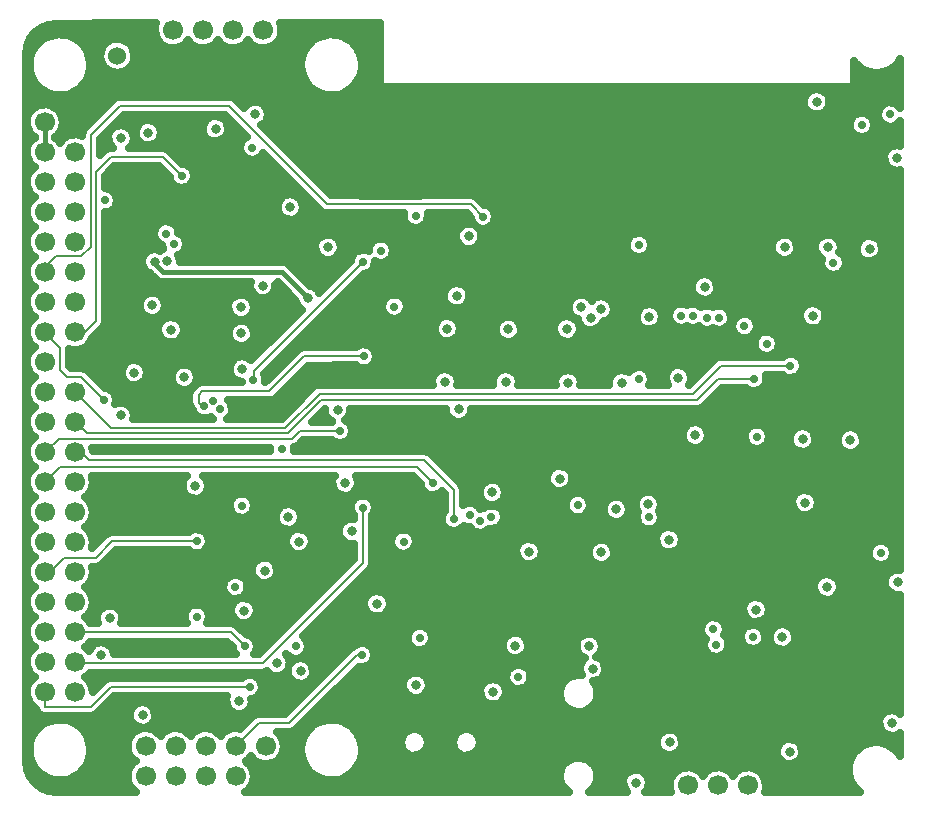
<source format=gbr>
G04 DipTrace 2.4.0.2*
%INInner1.gbr*%
%MOMM*%
%ADD14C,0.2*%
%ADD15C,0.4*%
%ADD19C,0.635*%
%ADD30C,1.7*%
%ADD44C,1.524*%
%ADD56C,0.7*%
%ADD58C,0.8*%
%FSLAX53Y53*%
G04*
G71*
G90*
G75*
G01*
%LNInner1_Plane*%
%LPD*%
X49680Y59680D2*
D14*
X48640Y60720D1*
X36490D1*
X28150Y69060D1*
X18960D1*
X16480Y66580D1*
Y57120D1*
X15680Y56320D1*
X13520D1*
X12240Y55040D1*
X12502D1*
X12589Y54953D1*
X39440Y22560D2*
X39040D1*
X33280Y16800D1*
X30710D1*
X28740Y14830D1*
X12589Y49873D2*
Y49811D1*
X13840Y48560D1*
Y46720D1*
X14480Y46080D1*
X15680D1*
X17600Y44160D1*
X15129Y21933D2*
Y21840D1*
X31040D1*
X39520Y30320D1*
Y35040D1*
X12589Y29553D2*
X12636Y29600D1*
X13040D1*
X14240Y30800D1*
X16880D1*
X18270Y32190D1*
X25440D1*
X37570Y41530D2*
X34170D1*
X33520Y40880D1*
X13756D1*
X12589Y39713D1*
X45440Y37120D2*
X44080Y38480D1*
X13896D1*
X12589Y37173D1*
Y19393D2*
Y18160D1*
X16480D1*
X18160Y19840D1*
X29920D1*
X15129Y49873D2*
X15953D1*
X16880Y50800D1*
Y63440D1*
X18160Y64720D1*
X22560D1*
X24160Y63120D1*
X15129Y24473D2*
X28327D1*
X29520Y23280D1*
X21900Y55830D2*
D15*
Y55660D1*
X22580Y54980D1*
X32660D1*
X34860Y52780D1*
X12589Y65113D2*
Y67653D1*
X72640Y45920D2*
D14*
X69600D1*
X67840Y44160D1*
X36000D1*
X33200Y41360D1*
X16160D1*
X15267Y42253D1*
X15129D1*
X75720Y47030D2*
X69860D1*
X67490Y44660D1*
X35860D1*
X32960Y41760D1*
X18162D1*
X15129Y44793D1*
X47210Y34090D2*
Y36550D1*
X44720Y39040D1*
X16320D1*
X15647Y39713D1*
X15129D1*
X26080Y43600D2*
X25920D1*
X25600Y43920D1*
Y44560D1*
X25920Y44880D1*
X31600D1*
X34560Y47840D1*
X39600D1*
X30240Y45840D2*
X30290D1*
Y46610D1*
X39520Y55840D1*
X39240Y61790D2*
D15*
Y61360D1*
X44320D1*
X43600Y62080D1*
X48280Y59230D2*
X47290Y58240D1*
X72960Y25360D2*
X72800Y25200D1*
X75170Y25390D2*
X74240Y26320D1*
X46320Y42160D2*
X47040D1*
X51120Y35120D2*
X50320D1*
X67460Y48830D2*
Y48620D1*
X67680Y48400D1*
X20400Y20800D2*
X18800D1*
X45770Y52920D2*
X45890Y52800D1*
X84030Y56960D2*
Y57280D1*
X76880Y57130D2*
Y56880D1*
X57123Y34353D2*
Y33890D1*
X58020D1*
X73190Y52400D2*
Y51370D1*
X73240Y51320D1*
X44930Y50910D2*
X45440D1*
X45820Y51290D1*
D56*
X72880Y41050D3*
X44320Y24000D3*
X69440Y23440D3*
X49680Y59680D3*
X39440Y22560D3*
D3*
X17600Y44160D3*
X25440Y25800D3*
X39520Y35040D3*
X25440Y32190D3*
X17680Y61040D3*
X79360Y55760D3*
X83360Y31200D3*
X28720Y28320D3*
X66480Y51280D3*
X37570Y41530D3*
X45440Y37120D3*
X67440Y51280D3*
X32670Y40000D3*
X29920Y19840D3*
X69200Y24720D3*
X63730Y34220D3*
X57700Y35250D3*
X69200Y24720D3*
D58*
X38560Y33020D3*
X29030Y18650D3*
X29440Y26320D3*
X32240Y21840D3*
X24400Y46080D3*
X21680Y52160D3*
X25310Y36870D3*
X34240Y21200D3*
X38000Y37120D3*
X44000Y20000D3*
X47625Y43365D3*
X63670Y35310D3*
X50530Y19440D3*
X84320Y16800D3*
X75040Y24090D3*
X65440Y32320D3*
X58670Y23300D3*
X52430Y23360D3*
X50480Y36320D3*
X67660Y41170D3*
X66230Y46040D3*
X63760Y51200D3*
X68450Y53710D3*
X48480Y58000D3*
X47460Y52970D3*
X80800Y40750D3*
X76950Y35460D3*
X33200Y34240D3*
X84800Y28720D3*
X78800Y28320D3*
X31200Y29709D3*
X18080Y25658D3*
X72800Y26400D3*
X31040Y53840D3*
X29298Y46778D3*
X30400Y68320D3*
X33360Y60480D3*
X29200Y52000D3*
X20160Y46470D3*
X27040Y67120D3*
X20870Y17470D3*
X17360Y22560D3*
X31200Y29709D3*
X77940Y69390D3*
X75220Y57070D3*
X78890D3*
X82410Y56960D3*
X84740Y64630D3*
X76740Y40850D3*
X62640Y11760D3*
X56180Y37490D3*
X77610Y51270D3*
X36560Y57080D3*
X60970Y34890D3*
D56*
X30160Y65520D3*
X24160Y63120D3*
D58*
X59678Y51842D3*
X56790Y50160D3*
X58800Y51120D3*
X51840Y50130D3*
X58000Y52000D3*
X46660Y50190D3*
D56*
X29520Y23280D3*
X72550Y24090D3*
D58*
X53580Y31310D3*
X65480Y15170D3*
D56*
X22880Y58240D3*
D58*
X46460Y45670D3*
X51620D3*
X56880Y45610D3*
X61440D3*
X56880D3*
X59710Y31250D3*
X75650Y14380D3*
X21900Y55830D3*
X34860Y52780D3*
X37370Y43320D3*
X23260Y50090D3*
X21900Y55830D3*
X34860Y52780D3*
D56*
X23520Y57360D3*
D58*
X19040Y66320D3*
Y42850D3*
X40700Y26890D3*
X34100Y32160D3*
D56*
X42960D3*
X33840Y23280D3*
X72640Y45920D3*
X75720Y47030D3*
X50400Y34240D3*
X69680Y51120D3*
X29280Y35200D3*
X42190Y52050D3*
X27440Y43360D3*
X44000Y59760D3*
X81760Y67440D3*
X42190Y52050D3*
X44000Y59760D3*
X68640Y51120D3*
X47210Y34090D3*
D3*
X26800Y44080D3*
X41040Y56790D3*
X84160Y68320D3*
X41040Y56790D3*
X48560Y34400D3*
X71824Y50400D3*
X49440Y33920D3*
X73710Y48910D3*
D58*
X58960Y21397D3*
D56*
X52680Y20700D3*
D58*
X22960Y55900D3*
X21350Y66780D3*
X29235Y49795D3*
D56*
X26080Y43600D3*
X39600Y47840D3*
X26080Y43600D3*
X30240Y45840D3*
X39520Y55840D3*
X30240Y45840D3*
D58*
X39240Y61790D3*
X48280Y59230D3*
X72960Y25360D3*
X75170Y25390D3*
X46320Y42160D3*
X51120Y35120D3*
X67460Y48830D3*
X20400Y20800D3*
X45770Y52920D3*
X84030Y56960D3*
X76880Y57130D3*
X57123Y34353D3*
X73190Y52400D3*
X44930Y50910D3*
D56*
X62880Y45920D3*
Y57280D3*
X11989Y75430D2*
D19*
X21863D1*
X32656D2*
X40883D1*
X11413Y74798D2*
X12596D1*
X15124D2*
X22002D1*
X32507D2*
X35595D1*
X38123D2*
X40883D1*
X11145Y74167D2*
X11822D1*
X15898D2*
X17507D1*
X19936D2*
X22547D1*
X24341D2*
X25087D1*
X26881D2*
X27627D1*
X29421D2*
X30167D1*
X31961D2*
X34821D1*
X38897D2*
X40883D1*
X11056Y73535D2*
X11423D1*
X16285D2*
X17239D1*
X20204D2*
X34434D1*
X39284D2*
X40883D1*
X11046Y72903D2*
X11244D1*
X16463D2*
X17279D1*
X20154D2*
X34255D1*
X39462D2*
X40883D1*
X11046Y72272D2*
X11244D1*
X16483D2*
X17666D1*
X19777D2*
X34235D1*
X39482D2*
X40883D1*
X81144D2*
X81592D1*
X84408D2*
X84956D1*
X11046Y71640D2*
X11382D1*
X16334D2*
X34384D1*
X39333D2*
X40883D1*
X81144D2*
X84956D1*
X11046Y71008D2*
X11723D1*
X15997D2*
X34722D1*
X38996D2*
X40883D1*
X81144D2*
X84956D1*
X11046Y70377D2*
X12377D1*
X15332D2*
X35386D1*
X38341D2*
X77455D1*
X78425D2*
X84956D1*
X11046Y69745D2*
X18539D1*
X28568D2*
X76860D1*
X79011D2*
X84956D1*
X11046Y69113D2*
X12090D1*
X13080D2*
X17854D1*
X29253D2*
X29622D1*
X31187D2*
X76840D1*
X79041D2*
X83448D1*
X11046Y68482D2*
X11244D1*
X13933D2*
X17229D1*
X31525D2*
X77306D1*
X78574D2*
X83091D1*
X14161Y67850D2*
X16594D1*
X18904D2*
X26189D1*
X27893D2*
X28195D1*
X31425D2*
X80759D1*
X82761D2*
X83190D1*
X14112Y67218D2*
X15959D1*
X19688D2*
X20305D1*
X22397D2*
X25911D1*
X28171D2*
X28838D1*
X31148D2*
X80700D1*
X82821D2*
X84956D1*
X11046Y66587D2*
X11441D1*
X13735D2*
X14679D1*
X17644D2*
X17934D1*
X22466D2*
X26050D1*
X28032D2*
X29463D1*
X31783D2*
X81136D1*
X82384D2*
X84956D1*
X11046Y65955D2*
X11264D1*
X17317D2*
X17963D1*
X20115D2*
X20603D1*
X22099D2*
X29175D1*
X32408D2*
X84956D1*
X17317Y65323D2*
X17616D1*
X23111D2*
X29096D1*
X33043D2*
X83855D1*
X23746Y64692D2*
X29493D1*
X30820D2*
X31358D1*
X33678D2*
X83607D1*
X11046Y64060D2*
X11421D1*
X24629D2*
X31993D1*
X34303D2*
X83765D1*
X11046Y63428D2*
X11264D1*
X18021D2*
X22696D1*
X25195D2*
X32628D1*
X34938D2*
X84956D1*
X17713Y62797D2*
X23123D1*
X25195D2*
X33253D1*
X35573D2*
X84956D1*
X17713Y62165D2*
X23728D1*
X24589D2*
X33888D1*
X36198D2*
X84956D1*
X11046Y61533D2*
X11421D1*
X18636D2*
X33094D1*
X33628D2*
X34523D1*
X36833D2*
X84956D1*
X11046Y60902D2*
X11283D1*
X18755D2*
X32311D1*
X34412D2*
X35148D1*
X49612D2*
X84956D1*
X18418Y60270D2*
X32241D1*
X34472D2*
X35783D1*
X50575D2*
X84956D1*
X17713Y59638D2*
X32628D1*
X34085D2*
X42917D1*
X45078D2*
X48563D1*
X50763D2*
X84956D1*
X11046Y59007D2*
X11401D1*
X17713D2*
X22141D1*
X23617D2*
X43244D1*
X44751D2*
X48047D1*
X50515D2*
X84956D1*
X11046Y58375D2*
X11283D1*
X17713D2*
X21803D1*
X23954D2*
X47412D1*
X49553D2*
X84956D1*
X17713Y57743D2*
X21922D1*
X24530D2*
X35654D1*
X37468D2*
X40605D1*
X41476D2*
X47372D1*
X49583D2*
X61907D1*
X63850D2*
X74320D1*
X76114D2*
X77991D1*
X79785D2*
X81612D1*
X83208D2*
X84956D1*
X17713Y57112D2*
X22468D1*
X24579D2*
X35426D1*
X37696D2*
X40010D1*
X42072D2*
X47818D1*
X49146D2*
X61808D1*
X63949D2*
X74082D1*
X76352D2*
X77753D1*
X80023D2*
X81285D1*
X83535D2*
X84956D1*
X11046Y56480D2*
X11382D1*
X17713D2*
X20980D1*
X24103D2*
X35605D1*
X37508D2*
X38661D1*
X42082D2*
X62175D1*
X63582D2*
X74260D1*
X76183D2*
X77931D1*
X80152D2*
X81384D1*
X83436D2*
X84956D1*
X11046Y55848D2*
X11303D1*
X17713D2*
X20761D1*
X32815D2*
X38373D1*
X41506D2*
X78279D1*
X80440D2*
X84956D1*
X17713Y55217D2*
X20960D1*
X33717D2*
X37738D1*
X40395D2*
X78427D1*
X80291D2*
X84956D1*
X17713Y54585D2*
X21674D1*
X34352D2*
X37113D1*
X39423D2*
X67761D1*
X69139D2*
X84956D1*
X11046Y53953D2*
X11382D1*
X17713D2*
X29909D1*
X32170D2*
X32396D1*
X34987D2*
X36478D1*
X38788D2*
X46965D1*
X47955D2*
X67345D1*
X69555D2*
X84956D1*
X11046Y53322D2*
X11303D1*
X17713D2*
X30038D1*
X32041D2*
X33025D1*
X38162D2*
X46380D1*
X48541D2*
X67384D1*
X69516D2*
X84956D1*
X17713Y52690D2*
X20682D1*
X22674D2*
X28312D1*
X30086D2*
X33650D1*
X37527D2*
X41330D1*
X43054D2*
X46360D1*
X48561D2*
X57115D1*
X60397D2*
X68059D1*
X68841D2*
X84956D1*
X17713Y52058D2*
X20553D1*
X22813D2*
X28064D1*
X30334D2*
X34007D1*
X36892D2*
X41101D1*
X43272D2*
X46836D1*
X48084D2*
X56867D1*
X60794D2*
X63048D1*
X64465D2*
X65757D1*
X70151D2*
X76820D1*
X78406D2*
X84956D1*
X11046Y51427D2*
X11362D1*
X17713D2*
X20831D1*
X22526D2*
X28233D1*
X30165D2*
X33948D1*
X36267D2*
X41320D1*
X43064D2*
X57026D1*
X60735D2*
X62652D1*
X64872D2*
X65400D1*
X70716D2*
X76483D1*
X78733D2*
X84956D1*
X11046Y50795D2*
X11323D1*
X17713D2*
X22389D1*
X24133D2*
X28788D1*
X29689D2*
X33323D1*
X35632D2*
X45715D1*
X47608D2*
X50934D1*
X52748D2*
X55865D1*
X59971D2*
X62701D1*
X64813D2*
X65519D1*
X72829D2*
X76582D1*
X78634D2*
X84956D1*
X17396Y50163D2*
X22131D1*
X24391D2*
X28163D1*
X30304D2*
X32688D1*
X34997D2*
X45526D1*
X47797D2*
X50706D1*
X52976D2*
X55657D1*
X57927D2*
X58256D1*
X59346D2*
X63426D1*
X64098D2*
X68218D1*
X70101D2*
X70768D1*
X72879D2*
X84956D1*
X16771Y49532D2*
X22280D1*
X24242D2*
X28133D1*
X30334D2*
X32053D1*
X34372D2*
X45755D1*
X47568D2*
X50884D1*
X52797D2*
X55855D1*
X57718D2*
X71224D1*
X72423D2*
X72831D1*
X74586D2*
X84956D1*
X11046Y48900D2*
X11362D1*
X16364D2*
X28580D1*
X29888D2*
X31427D1*
X33737D2*
X72623D1*
X74794D2*
X84956D1*
X11046Y48268D2*
X11323D1*
X14677D2*
X30792D1*
X33102D2*
X33829D1*
X40593D2*
X72851D1*
X74566D2*
X84956D1*
X14677Y47637D2*
X28590D1*
X32477D2*
X33203D1*
X40663D2*
X69319D1*
X76610D2*
X84956D1*
X14707Y47005D2*
X19164D1*
X21156D2*
X23798D1*
X25006D2*
X28183D1*
X31842D2*
X32568D1*
X34878D2*
X38948D1*
X40256D2*
X65698D1*
X66757D2*
X68674D1*
X76808D2*
X84956D1*
X11046Y46373D2*
X11342D1*
X16543D2*
X19025D1*
X21295D2*
X23301D1*
X25492D2*
X28243D1*
X31207D2*
X31933D1*
X34253D2*
X45586D1*
X47330D2*
X50745D1*
X52490D2*
X56063D1*
X57699D2*
X60628D1*
X63860D2*
X65152D1*
X67313D2*
X68049D1*
X76570D2*
X84956D1*
X11046Y45742D2*
X11342D1*
X17178D2*
X19313D1*
X21008D2*
X23321D1*
X25482D2*
X28957D1*
X33618D2*
X45328D1*
X47598D2*
X50487D1*
X52758D2*
X55756D1*
X58006D2*
X60310D1*
X63949D2*
X65132D1*
X73713D2*
X84956D1*
X18041Y45110D2*
X23877D1*
X32983D2*
X35158D1*
X69942D2*
X71948D1*
X73326D2*
X84956D1*
X18636Y44478D2*
X24760D1*
X32358D2*
X34523D1*
X69317D2*
X84956D1*
X11046Y43847D2*
X11342D1*
X19499D2*
X24770D1*
X28399D2*
X33888D1*
X68682D2*
X84956D1*
X11046Y43215D2*
X11342D1*
X20115D2*
X25068D1*
X28518D2*
X33263D1*
X38500D2*
X46499D1*
X48749D2*
X84956D1*
X20144Y42583D2*
X26715D1*
X28171D2*
X32628D1*
X35583D2*
X36527D1*
X38212D2*
X46826D1*
X48422D2*
X84956D1*
X38569Y41952D2*
X66858D1*
X68454D2*
X72335D1*
X73425D2*
X84956D1*
X11046Y41320D2*
X11323D1*
X38639D2*
X66531D1*
X68781D2*
X71829D1*
X73931D2*
X75709D1*
X77771D2*
X79826D1*
X81769D2*
X84956D1*
X11046Y40688D2*
X11362D1*
X34481D2*
X36924D1*
X38212D2*
X66640D1*
X68682D2*
X71859D1*
X73901D2*
X75620D1*
X77860D2*
X79668D1*
X81938D2*
X84956D1*
X16672Y40057D2*
X31586D1*
X33757D2*
X72573D1*
X73191D2*
X75957D1*
X77523D2*
X79916D1*
X81680D2*
X84956D1*
X45495Y39425D2*
X84956D1*
X11046Y38793D2*
X11303D1*
X46120D2*
X84956D1*
X11046Y38162D2*
X11362D1*
X46755D2*
X55280D1*
X57083D2*
X84956D1*
X16672Y37530D2*
X24403D1*
X26217D2*
X36944D1*
X39055D2*
X43870D1*
X47390D2*
X55042D1*
X57312D2*
X84956D1*
X16692Y36898D2*
X24175D1*
X26445D2*
X36885D1*
X39115D2*
X44376D1*
X47965D2*
X49515D1*
X51448D2*
X55220D1*
X57143D2*
X84956D1*
X11046Y36267D2*
X11303D1*
X16414D2*
X24363D1*
X26256D2*
X37291D1*
X38718D2*
X44812D1*
X46070D2*
X46333D1*
X48045D2*
X49346D1*
X51617D2*
X57522D1*
X57870D2*
X63118D1*
X64217D2*
X76175D1*
X77721D2*
X84956D1*
X11046Y35635D2*
X11382D1*
X16344D2*
X28292D1*
X30265D2*
X38621D1*
X40415D2*
X46370D1*
X48045D2*
X49594D1*
X51368D2*
X56689D1*
X58711D2*
X60131D1*
X61806D2*
X62582D1*
X64753D2*
X75828D1*
X78068D2*
X84956D1*
X16672Y35003D2*
X28213D1*
X30344D2*
X32380D1*
X34015D2*
X38432D1*
X40603D2*
X46370D1*
X49454D2*
X49654D1*
X51140D2*
X56649D1*
X58760D2*
X59844D1*
X62104D2*
X62582D1*
X64763D2*
X75917D1*
X77989D2*
X84956D1*
X16692Y34372D2*
X28620D1*
X29947D2*
X32072D1*
X34333D2*
X38680D1*
X40355D2*
X46161D1*
X51478D2*
X57115D1*
X58284D2*
X59963D1*
X61975D2*
X62652D1*
X64803D2*
X84956D1*
X11046Y33740D2*
X11283D1*
X16424D2*
X32191D1*
X34214D2*
X37698D1*
X40355D2*
X46181D1*
X51359D2*
X62761D1*
X64694D2*
X84956D1*
X11046Y33108D2*
X11382D1*
X16324D2*
X24929D1*
X25949D2*
X33531D1*
X34660D2*
X37430D1*
X40355D2*
X42510D1*
X43411D2*
X46856D1*
X47558D2*
X48751D1*
X50128D2*
X64646D1*
X66231D2*
X84956D1*
X16662Y32477D2*
X17398D1*
X26484D2*
X33015D1*
X35186D2*
X37569D1*
X40355D2*
X41925D1*
X43997D2*
X64318D1*
X66569D2*
X84956D1*
X26465Y31845D2*
X33015D1*
X35186D2*
X38680D1*
X40355D2*
X41925D1*
X43997D2*
X52591D1*
X54573D2*
X58752D1*
X60665D2*
X64418D1*
X66470D2*
X82505D1*
X84220D2*
X84956D1*
X11046Y31213D2*
X11283D1*
X18448D2*
X25077D1*
X25810D2*
X33531D1*
X34670D2*
X38680D1*
X40355D2*
X42510D1*
X43411D2*
X52452D1*
X54712D2*
X58574D1*
X60844D2*
X82277D1*
X84448D2*
X84956D1*
X11046Y30582D2*
X11401D1*
X17823D2*
X30515D1*
X31892D2*
X38621D1*
X40355D2*
X52730D1*
X54434D2*
X58812D1*
X60616D2*
X82485D1*
X84240D2*
X84956D1*
X16662Y29950D2*
X30088D1*
X32309D2*
X37996D1*
X40266D2*
X84956D1*
X16701Y29318D2*
X28431D1*
X29002D2*
X30138D1*
X32259D2*
X37361D1*
X39671D2*
X78348D1*
X79259D2*
X83845D1*
X11046Y28687D2*
X11283D1*
X16443D2*
X27707D1*
X29739D2*
X30812D1*
X31584D2*
X36726D1*
X39045D2*
X77733D1*
X79874D2*
X83666D1*
X11046Y28055D2*
X11421D1*
X16305D2*
X27667D1*
X29769D2*
X36101D1*
X38410D2*
X77693D1*
X79904D2*
X83894D1*
X16662Y27423D2*
X28163D1*
X29272D2*
X35466D1*
X37775D2*
X39702D1*
X41695D2*
X72415D1*
X73187D2*
X78150D1*
X79447D2*
X84956D1*
X16701Y26792D2*
X25127D1*
X25750D2*
X28411D1*
X30463D2*
X34831D1*
X37150D2*
X39573D1*
X41834D2*
X71740D1*
X73861D2*
X84956D1*
X11046Y26160D2*
X11264D1*
X16453D2*
X17071D1*
X19093D2*
X24423D1*
X26465D2*
X28312D1*
X30562D2*
X34206D1*
X36515D2*
X39851D1*
X41546D2*
X71690D1*
X73911D2*
X84956D1*
X11046Y25528D2*
X11421D1*
X16295D2*
X16951D1*
X19212D2*
X24393D1*
X26484D2*
X28649D1*
X30225D2*
X33571D1*
X35880D2*
X68506D1*
X69893D2*
X72107D1*
X73484D2*
X84956D1*
X29064Y24897D2*
X32936D1*
X35255D2*
X43760D1*
X44880D2*
X68128D1*
X70270D2*
X71859D1*
X73246D2*
X74270D1*
X75806D2*
X84956D1*
X29858Y24265D2*
X32311D1*
X34620D2*
X43264D1*
X45376D2*
X51787D1*
X53065D2*
X58137D1*
X59207D2*
X68218D1*
X70180D2*
X71482D1*
X73623D2*
X73918D1*
X76163D2*
X84956D1*
X11046Y23633D2*
X11264D1*
X16463D2*
X28014D1*
X30542D2*
X31676D1*
X34858D2*
X43304D1*
X45336D2*
X51331D1*
X53531D2*
X57591D1*
X59752D2*
X68377D1*
X70508D2*
X71571D1*
X73524D2*
X74002D1*
X76074D2*
X84956D1*
X11046Y23002D2*
X11441D1*
X18398D2*
X28471D1*
X30572D2*
X31050D1*
X34888D2*
X38323D1*
X40425D2*
X44038D1*
X44605D2*
X51361D1*
X53502D2*
X57572D1*
X59762D2*
X68456D1*
X70428D2*
X84956D1*
X34372Y22370D2*
X37698D1*
X40504D2*
X51956D1*
X52906D2*
X58068D1*
X59475D2*
X84956D1*
X35235Y21738D2*
X37063D1*
X40107D2*
X57879D1*
X60040D2*
X84956D1*
X11046Y21107D2*
X11244D1*
X35374D2*
X36428D1*
X38738D2*
X51678D1*
X53680D2*
X57859D1*
X60060D2*
X84956D1*
X11046Y20475D2*
X11460D1*
X16265D2*
X17656D1*
X30781D2*
X33382D1*
X35097D2*
X35803D1*
X38113D2*
X42977D1*
X45028D2*
X50180D1*
X50872D2*
X51618D1*
X53740D2*
X56679D1*
X59574D2*
X84956D1*
X16652Y19843D2*
X17011D1*
X31009D2*
X35168D1*
X37478D2*
X42877D1*
X45128D2*
X49475D1*
X51587D2*
X52055D1*
X53303D2*
X56252D1*
X59316D2*
X84956D1*
X30790Y19212D2*
X34533D1*
X36843D2*
X43205D1*
X44790D2*
X49416D1*
X51646D2*
X56153D1*
X59415D2*
X84956D1*
X11046Y18580D2*
X11244D1*
X18061D2*
X27895D1*
X30165D2*
X33908D1*
X36218D2*
X49823D1*
X51230D2*
X56321D1*
X59246D2*
X84956D1*
X11046Y17948D2*
X11782D1*
X17426D2*
X19849D1*
X21891D2*
X28153D1*
X29907D2*
X33273D1*
X35583D2*
X56917D1*
X58651D2*
X84956D1*
X11046Y17317D2*
X19749D1*
X22000D2*
X30068D1*
X34948D2*
X83319D1*
X11046Y16685D2*
X12407D1*
X15312D2*
X20077D1*
X21662D2*
X29443D1*
X34323D2*
X35406D1*
X38311D2*
X83190D1*
X11046Y16053D2*
X11733D1*
X15987D2*
X20146D1*
X22089D2*
X22686D1*
X24629D2*
X25226D1*
X27169D2*
X27766D1*
X33539D2*
X34731D1*
X38986D2*
X43135D1*
X44622D2*
X47541D1*
X49027D2*
X64805D1*
X66152D2*
X83488D1*
X11046Y15422D2*
X11382D1*
X16334D2*
X19650D1*
X32745D2*
X34384D1*
X39333D2*
X42728D1*
X45038D2*
X47124D1*
X49434D2*
X64378D1*
X66589D2*
X75332D1*
X75965D2*
X84956D1*
X11046Y14790D2*
X11244D1*
X16483D2*
X19531D1*
X32864D2*
X34235D1*
X39482D2*
X42758D1*
X44999D2*
X47154D1*
X49404D2*
X64418D1*
X66549D2*
X74598D1*
X76709D2*
X81682D1*
X84319D2*
X84956D1*
X11046Y14158D2*
X11244D1*
X16463D2*
X19690D1*
X32705D2*
X34255D1*
X39462D2*
X43314D1*
X44453D2*
X47709D1*
X48848D2*
X65063D1*
X65904D2*
X74538D1*
X76759D2*
X81027D1*
X11046Y13527D2*
X11421D1*
X16295D2*
X20166D1*
X29689D2*
X30425D1*
X32130D2*
X34424D1*
X39294D2*
X56738D1*
X58820D2*
X74935D1*
X76362D2*
X80719D1*
X11125Y12895D2*
X11802D1*
X15908D2*
X19660D1*
X30205D2*
X34811D1*
X38917D2*
X56272D1*
X59296D2*
X66323D1*
X67759D2*
X68863D1*
X70299D2*
X71403D1*
X72839D2*
X80620D1*
X11373Y12263D2*
X12566D1*
X15144D2*
X19531D1*
X30324D2*
X35575D1*
X38143D2*
X56153D1*
X59415D2*
X61630D1*
X63652D2*
X65648D1*
X73514D2*
X80690D1*
X11899Y11632D2*
X19680D1*
X30175D2*
X56302D1*
X59266D2*
X61511D1*
X63771D2*
X65460D1*
X73703D2*
X80957D1*
X13457Y11000D2*
X20246D1*
X29610D2*
X56837D1*
X58730D2*
X61818D1*
X63463D2*
X65549D1*
X73613D2*
X81523D1*
X16600Y40099D2*
X16645Y39806D1*
X16693Y40107D1*
X16603D1*
X16955Y39813D1*
X31669D1*
X31648Y39961D1*
X31665Y40109D1*
X16693Y40107D1*
X16428Y23693D2*
X16364Y23582D1*
X16153Y23345D1*
X15969Y23211D1*
X16120Y23090D1*
X16331Y22867D1*
X16376Y22987D1*
X16543Y23256D1*
X16782Y23464D1*
X17070Y23593D1*
X17384Y23633D1*
X17696Y23579D1*
X17978Y23437D1*
X18207Y23218D1*
X18362Y22943D1*
X18431Y22613D1*
X28752D1*
X28558Y22931D1*
X28507Y23193D1*
X28012Y23695D1*
X20072Y23700D1*
X16450D1*
X16410Y72206D2*
X16352Y71895D1*
X16256Y71592D1*
X16123Y71304D1*
X15955Y71035D1*
X15756Y70788D1*
X15528Y70567D1*
X15274Y70377D1*
X14999Y70219D1*
X14706Y70096D1*
X14401Y70010D1*
X14087Y69962D1*
X13770Y69954D1*
X13454Y69984D1*
X13144Y70054D1*
X12846Y70161D1*
X12562Y70303D1*
X12299Y70480D1*
X12059Y70688D1*
X11847Y70924D1*
X11665Y71184D1*
X11517Y71464D1*
X11404Y71761D1*
X11329Y72069D1*
X11292Y72384D1*
X11295Y72702D1*
X11336Y73016D1*
X11416Y73323D1*
X11533Y73618D1*
X11686Y73896D1*
X11871Y74154D1*
X12087Y74386D1*
X12330Y74590D1*
X12597Y74763D1*
X12882Y74901D1*
X13183Y75003D1*
X13493Y75068D1*
X13809Y75094D1*
X14126Y75080D1*
X14439Y75028D1*
X14743Y74937D1*
X15034Y74810D1*
X15307Y74648D1*
X15558Y74453D1*
X15782Y74229D1*
X15978Y73979D1*
X16141Y73707D1*
X16270Y73417D1*
X16361Y73113D1*
X16415Y72801D1*
X16430Y72523D1*
X16410Y72206D1*
Y14206D2*
X16352Y13895D1*
X16256Y13592D1*
X16123Y13304D1*
X15955Y13035D1*
X15756Y12788D1*
X15528Y12567D1*
X15274Y12377D1*
X14999Y12219D1*
X14706Y12096D1*
X14401Y12010D1*
X14087Y11962D1*
X13770Y11954D1*
X13454Y11984D1*
X13144Y12054D1*
X12846Y12161D1*
X12562Y12303D1*
X12299Y12480D1*
X12059Y12688D1*
X11847Y12924D1*
X11665Y13184D1*
X11517Y13464D1*
X11404Y13761D1*
X11329Y14069D1*
X11292Y14384D1*
X11295Y14702D1*
X11336Y15016D1*
X11416Y15323D1*
X11533Y15618D1*
X11686Y15896D1*
X11871Y16154D1*
X12087Y16386D1*
X12330Y16590D1*
X12597Y16763D1*
X12882Y16901D1*
X13183Y17003D1*
X13493Y17068D1*
X13809Y17094D1*
X14126Y17080D1*
X14439Y17028D1*
X14743Y16937D1*
X15034Y16810D1*
X15307Y16648D1*
X15558Y16453D1*
X15782Y16229D1*
X15978Y15979D1*
X16141Y15707D1*
X16270Y15417D1*
X16361Y15113D1*
X16415Y14801D1*
X16430Y14523D1*
X16410Y14206D1*
X39410D2*
X39352Y13895D1*
X39256Y13592D1*
X39123Y13304D1*
X38955Y13035D1*
X38756Y12788D1*
X38528Y12567D1*
X38274Y12377D1*
X37999Y12219D1*
X37706Y12096D1*
X37401Y12010D1*
X37087Y11962D1*
X36770Y11954D1*
X36454Y11984D1*
X36144Y12054D1*
X35846Y12161D1*
X35562Y12303D1*
X35299Y12480D1*
X35059Y12688D1*
X34847Y12924D1*
X34665Y13184D1*
X34517Y13464D1*
X34404Y13761D1*
X34329Y14069D1*
X34292Y14384D1*
X34295Y14702D1*
X34336Y15016D1*
X34416Y15323D1*
X34533Y15618D1*
X34686Y15896D1*
X34871Y16154D1*
X35087Y16386D1*
X35330Y16590D1*
X35597Y16763D1*
X35882Y16901D1*
X36183Y17003D1*
X36493Y17068D1*
X36809Y17094D1*
X37126Y17080D1*
X37439Y17028D1*
X37743Y16937D1*
X38034Y16810D1*
X38307Y16648D1*
X38558Y16453D1*
X38782Y16229D1*
X38978Y15979D1*
X39141Y15707D1*
X39270Y15417D1*
X39361Y15113D1*
X39415Y14801D1*
X39430Y14523D1*
X39410Y14206D1*
Y72206D2*
X39352Y71895D1*
X39256Y71592D1*
X39123Y71304D1*
X38955Y71035D1*
X38756Y70788D1*
X38528Y70567D1*
X38274Y70377D1*
X37999Y70219D1*
X37706Y70096D1*
X37401Y70010D1*
X37087Y69962D1*
X36770Y69954D1*
X36454Y69984D1*
X36144Y70054D1*
X35846Y70161D1*
X35562Y70303D1*
X35299Y70480D1*
X35059Y70688D1*
X34847Y70924D1*
X34665Y71184D1*
X34517Y71464D1*
X34404Y71761D1*
X34329Y72069D1*
X34292Y72384D1*
X34295Y72702D1*
X34336Y73016D1*
X34416Y73323D1*
X34533Y73618D1*
X34686Y73896D1*
X34871Y74154D1*
X35087Y74386D1*
X35330Y74590D1*
X35597Y74763D1*
X35882Y74901D1*
X36183Y75003D1*
X36493Y75068D1*
X36809Y75094D1*
X37126Y75080D1*
X37439Y75028D1*
X37743Y74937D1*
X38034Y74810D1*
X38307Y74648D1*
X38558Y74453D1*
X38782Y74229D1*
X38978Y73979D1*
X39141Y73707D1*
X39270Y73417D1*
X39361Y73113D1*
X39415Y72801D1*
X39430Y72523D1*
X39410Y72206D1*
X73610Y11205D2*
X73551Y10978D1*
X81617D1*
X81410Y11150D1*
X81194Y11382D1*
X81012Y11642D1*
X80867Y11924D1*
X80762Y12224D1*
X80699Y12535D1*
X80679Y12851D1*
X80702Y13168D1*
X80769Y13478D1*
X80876Y13776D1*
X81024Y14057D1*
X81208Y14315D1*
X81426Y14546D1*
X81674Y14745D1*
X81946Y14908D1*
X82238Y15032D1*
X82544Y15116D1*
X82858Y15157D1*
X83176Y15154D1*
X83490Y15109D1*
X83794Y15021D1*
X84084Y14892D1*
X84354Y14725D1*
X84599Y14523D1*
X84813Y14289D1*
X85025Y13966D1*
X85023Y15994D1*
X84725Y15806D1*
X84418Y15732D1*
X84102Y15750D1*
X83805Y15859D1*
X83553Y16050D1*
X83367Y16306D1*
X83265Y16605D1*
X83254Y16922D1*
X83336Y17227D1*
X83503Y17496D1*
X83742Y17704D1*
X84030Y17833D1*
X84344Y17873D1*
X84656Y17819D1*
X84938Y17677D1*
X85017Y17602D1*
X85023Y21798D1*
Y27662D1*
X84582Y27670D1*
X84285Y27779D1*
X84033Y27970D1*
X83847Y28226D1*
X83745Y28525D1*
X83734Y28842D1*
X83816Y29147D1*
X83983Y29416D1*
X84222Y29624D1*
X84510Y29753D1*
X84824Y29793D1*
X85029Y29757D1*
X85023Y35451D1*
Y63599D1*
X84838Y63562D1*
X84522Y63580D1*
X84225Y63689D1*
X83973Y63880D1*
X83787Y64136D1*
X83685Y64435D1*
X83674Y64752D1*
X83756Y65057D1*
X83923Y65326D1*
X84162Y65534D1*
X84450Y65663D1*
X84764Y65703D1*
X85027Y65657D1*
X85023Y67766D1*
X84771Y67499D1*
X84491Y67352D1*
X84179Y67297D1*
X83866Y67340D1*
X83581Y67477D1*
X83351Y67694D1*
X83198Y67971D1*
X83138Y68281D1*
X83175Y68596D1*
X83306Y68883D1*
X83519Y69117D1*
X83793Y69275D1*
X84102Y69341D1*
X84417Y69310D1*
X84707Y69184D1*
X84945Y68976D1*
X85021Y68849D1*
X85023Y73025D1*
X84799Y72693D1*
X84582Y72462D1*
X84336Y72262D1*
X84064Y72098D1*
X83773Y71972D1*
X83467Y71887D1*
X83153Y71844D1*
X82836Y71845D1*
X82522Y71889D1*
X82216Y71976D1*
X81926Y72103D1*
X81655Y72269D1*
X81410Y72470D1*
X81194Y72702D1*
X81078Y72847D1*
Y70990D1*
X80922Y70722D1*
X80760Y70672D1*
X41260D1*
X40992Y70828D1*
X40943Y70990D1*
Y76060D1*
X32460Y76049D1*
X32545Y75798D1*
X32588Y75440D1*
X32555Y75125D1*
X32457Y74823D1*
X32300Y74548D1*
X32088Y74312D1*
X31833Y74125D1*
X31544Y73994D1*
X31234Y73927D1*
X30917Y73924D1*
X30607Y73988D1*
X30316Y74114D1*
X30058Y74298D1*
X29798Y74607D1*
X29548Y74312D1*
X29293Y74125D1*
X29004Y73994D1*
X28694Y73927D1*
X28377Y73924D1*
X28067Y73988D1*
X27776Y74114D1*
X27518Y74298D1*
X27258Y74607D1*
X27008Y74312D1*
X26753Y74125D1*
X26464Y73994D1*
X26154Y73927D1*
X25837Y73924D1*
X25527Y73988D1*
X25236Y74114D1*
X24978Y74298D1*
X24718Y74607D1*
X24468Y74312D1*
X24213Y74125D1*
X23924Y73994D1*
X23614Y73927D1*
X23297Y73924D1*
X22987Y73988D1*
X22696Y74114D1*
X22438Y74298D1*
X22223Y74531D1*
X22062Y74803D1*
X21960Y75103D1*
X21922Y75418D1*
X21951Y75734D1*
X22041Y76027D1*
X19670Y76031D1*
X13565Y76023D1*
X12849Y75928D1*
X12244Y75678D1*
X11723Y75278D1*
X11323Y74758D1*
X11072Y74151D1*
X10977Y73429D1*
X10978Y13564D1*
X11072Y12849D1*
X11322Y12244D1*
X11722Y11723D1*
X12242Y11323D1*
X12849Y11072D1*
X13571Y10977D1*
X20340Y10978D1*
X20113Y11148D1*
X19898Y11381D1*
X19737Y11653D1*
X19635Y11953D1*
X19597Y12268D1*
X19626Y12584D1*
X19719Y12887D1*
X19873Y13164D1*
X20081Y13403D1*
X20278Y13552D1*
X20113Y13688D1*
X19898Y13921D1*
X19737Y14193D1*
X19635Y14494D1*
X19597Y14808D1*
X19626Y15124D1*
X19719Y15427D1*
X19873Y15704D1*
X20081Y15943D1*
X20333Y16134D1*
X20620Y16269D1*
X20929Y16341D1*
X21246Y16348D1*
X21557Y16289D1*
X21850Y16167D1*
X22111Y15987D1*
X22329Y15757D1*
X22385Y15664D1*
X22621Y15943D1*
X22873Y16134D1*
X23160Y16269D1*
X23469Y16341D1*
X23786Y16348D1*
X24097Y16289D1*
X24390Y16167D1*
X24651Y15987D1*
X24869Y15757D1*
X24925Y15664D1*
X25161Y15943D1*
X25413Y16134D1*
X25700Y16269D1*
X26009Y16341D1*
X26326Y16348D1*
X26637Y16289D1*
X26930Y16167D1*
X27191Y15987D1*
X27409Y15757D1*
X27465Y15664D1*
X27701Y15943D1*
X27953Y16134D1*
X28240Y16269D1*
X28549Y16341D1*
X28866Y16348D1*
X29109Y16302D1*
X30163Y17347D1*
X30437Y17521D1*
X30710Y17573D1*
X32962D1*
X38534Y23142D1*
X38799Y23357D1*
X39073Y23515D1*
X39382Y23581D1*
X39697Y23550D1*
X39987Y23424D1*
X40225Y23216D1*
X40388Y22945D1*
X40463Y22560D1*
X40414Y22248D1*
X40272Y21965D1*
X40051Y21739D1*
X39771Y21592D1*
X39459Y21537D1*
X39156Y21579D1*
X33827Y16253D1*
X33553Y16079D1*
X33280Y16027D1*
X32218D1*
X32489Y15757D1*
X32654Y15486D1*
X32760Y15188D1*
X32803Y14830D1*
X32770Y14515D1*
X32672Y14213D1*
X32515Y13938D1*
X32303Y13702D1*
X32048Y13515D1*
X31759Y13384D1*
X31449Y13317D1*
X31132Y13314D1*
X30822Y13378D1*
X30531Y13504D1*
X30273Y13688D1*
X30013Y13997D1*
X29763Y13702D1*
X29580Y13568D1*
X29731Y13447D1*
X29949Y13217D1*
X30114Y12946D1*
X30220Y12648D1*
X30263Y12290D1*
X30230Y11975D1*
X30132Y11673D1*
X29975Y11398D1*
X29763Y11162D1*
X29516Y10981D1*
X56932Y10978D1*
X56598Y11266D1*
X56415Y11525D1*
X56288Y11815D1*
X56222Y12125D1*
X56219Y12442D1*
X56280Y12753D1*
X56402Y13045D1*
X56581Y13307D1*
X56808Y13528D1*
X57075Y13699D1*
X57371Y13813D1*
X57683Y13865D1*
X58000Y13853D1*
X58308Y13778D1*
X58595Y13642D1*
X58848Y13452D1*
X59058Y13215D1*
X59217Y12940D1*
X59316Y12639D1*
X59354Y12297D1*
X59322Y11982D1*
X59227Y11679D1*
X59074Y11402D1*
X58868Y11161D1*
X58626Y10972D1*
X61912Y10978D1*
X61687Y11266D1*
X61585Y11565D1*
X61574Y11882D1*
X61656Y12187D1*
X61823Y12456D1*
X62062Y12664D1*
X62350Y12793D1*
X62664Y12833D1*
X62976Y12779D1*
X63258Y12637D1*
X63487Y12418D1*
X63642Y12143D1*
X63713Y11760D1*
X63666Y11447D1*
X63530Y11161D1*
X63364Y10979D1*
X65623Y10978D1*
X65555Y11183D1*
X65517Y11498D1*
X65546Y11814D1*
X65639Y12117D1*
X65793Y12394D1*
X66001Y12633D1*
X66253Y12824D1*
X66540Y12959D1*
X66849Y13031D1*
X67166Y13038D1*
X67477Y12979D1*
X67770Y12857D1*
X68031Y12677D1*
X68249Y12447D1*
X68305Y12354D1*
X68541Y12633D1*
X68793Y12824D1*
X69080Y12959D1*
X69389Y13031D1*
X69706Y13038D1*
X70017Y12979D1*
X70310Y12857D1*
X70571Y12677D1*
X70789Y12447D1*
X70845Y12354D1*
X71081Y12633D1*
X71333Y12824D1*
X71620Y12959D1*
X71929Y13031D1*
X72246Y13038D1*
X72557Y12979D1*
X72850Y12857D1*
X73111Y12677D1*
X73329Y12447D1*
X73494Y12176D1*
X73600Y11878D1*
X73643Y11520D1*
X73610Y11205D1*
X49358Y14847D2*
X49228Y14558D1*
X49022Y14318D1*
X48758Y14144D1*
X48455Y14051D1*
X48139Y14046D1*
X47834Y14129D1*
X47564Y14295D1*
X47351Y14529D1*
X47212Y14813D1*
X47157Y15125D1*
X47192Y15439D1*
X47313Y15732D1*
X47511Y15979D1*
X47770Y16161D1*
X48069Y16263D1*
X48385Y16278D1*
X48693Y16204D1*
X48968Y16047D1*
X49188Y15820D1*
X49336Y15540D1*
X49402Y15160D1*
X49358Y14847D1*
X44958D2*
X44828Y14558D1*
X44622Y14318D1*
X44358Y14144D1*
X44055Y14051D1*
X43739Y14046D1*
X43434Y14129D1*
X43164Y14295D1*
X42951Y14529D1*
X42812Y14813D1*
X42757Y15125D1*
X42792Y15439D1*
X42913Y15732D1*
X43111Y15979D1*
X43370Y16161D1*
X43669Y16263D1*
X43985Y16278D1*
X44293Y16204D1*
X44568Y16047D1*
X44788Y15820D1*
X44936Y15540D1*
X45002Y15160D1*
X44958Y14847D1*
X59322Y18982D2*
X59227Y18679D1*
X59074Y18402D1*
X58868Y18161D1*
X58618Y17966D1*
X58334Y17826D1*
X58027Y17745D1*
X57711Y17728D1*
X57397Y17774D1*
X57099Y17883D1*
X56829Y18049D1*
X56598Y18266D1*
X56415Y18525D1*
X56288Y18815D1*
X56222Y19125D1*
X56219Y19442D1*
X56280Y19753D1*
X56402Y20045D1*
X56581Y20307D1*
X56808Y20528D1*
X57075Y20699D1*
X57371Y20813D1*
X57683Y20865D1*
X58048Y20841D1*
X57905Y21202D1*
X57894Y21519D1*
X57976Y21824D1*
X58143Y22093D1*
X58359Y22281D1*
X58155Y22359D1*
X57903Y22550D1*
X57717Y22806D1*
X57615Y23105D1*
X57604Y23422D1*
X57686Y23727D1*
X57853Y23996D1*
X58092Y24204D1*
X58380Y24333D1*
X58694Y24373D1*
X59006Y24319D1*
X59288Y24177D1*
X59517Y23958D1*
X59672Y23683D1*
X59743Y23300D1*
X59696Y22987D1*
X59560Y22701D1*
X59347Y22468D1*
X59271Y22422D1*
X59578Y22274D1*
X59807Y22055D1*
X59962Y21780D1*
X60033Y21397D1*
X59986Y21084D1*
X59850Y20798D1*
X59637Y20565D1*
X59365Y20403D1*
X59058Y20329D1*
X58969Y20334D1*
X59217Y19940D1*
X59316Y19639D1*
X59354Y19297D1*
X59322Y18982D1*
X20120Y72995D2*
X20017Y72696D1*
X19850Y72426D1*
X19629Y72199D1*
X19363Y72027D1*
X19066Y71917D1*
X18751Y71875D1*
X18436Y71904D1*
X18134Y72000D1*
X17861Y72161D1*
X17630Y72377D1*
X17451Y72639D1*
X17335Y72934D1*
X17286Y73247D1*
X17308Y73563D1*
X17398Y73867D1*
X17552Y74144D1*
X17764Y74380D1*
X18022Y74564D1*
X18314Y74686D1*
X18626Y74742D1*
X18942Y74728D1*
X19248Y74644D1*
X19528Y74496D1*
X19768Y74290D1*
X19958Y74036D1*
X20087Y73746D1*
X20155Y73310D1*
X20120Y72995D1*
X73854Y40738D2*
X73712Y40455D1*
X73491Y40229D1*
X73211Y40082D1*
X72899Y40027D1*
X72586Y40070D1*
X72301Y40207D1*
X72071Y40424D1*
X71918Y40701D1*
X71858Y41011D1*
X71895Y41326D1*
X72026Y41613D1*
X72239Y41847D1*
X72513Y42005D1*
X72822Y42071D1*
X73137Y42040D1*
X73427Y41914D1*
X73665Y41706D1*
X73828Y41435D1*
X73903Y41050D1*
X73854Y40738D1*
X45294Y23688D2*
X45152Y23405D1*
X44931Y23179D1*
X44651Y23032D1*
X44339Y22977D1*
X44026Y23020D1*
X43741Y23157D1*
X43511Y23374D1*
X43358Y23651D1*
X43298Y23961D1*
X43335Y24276D1*
X43466Y24563D1*
X43679Y24797D1*
X43953Y24955D1*
X44262Y25021D1*
X44577Y24990D1*
X44867Y24864D1*
X45105Y24656D1*
X45268Y24385D1*
X45343Y24000D1*
X45294Y23688D1*
X70414Y23128D2*
X70272Y22845D1*
X70051Y22619D1*
X69771Y22472D1*
X69459Y22417D1*
X69146Y22460D1*
X68861Y22597D1*
X68631Y22814D1*
X68478Y23091D1*
X68418Y23401D1*
X68455Y23716D1*
X68549Y23922D1*
X68391Y24094D1*
X68238Y24371D1*
X68178Y24681D1*
X68215Y24996D1*
X68346Y25283D1*
X68559Y25517D1*
X68833Y25675D1*
X69142Y25741D1*
X69457Y25710D1*
X69747Y25584D1*
X69985Y25376D1*
X70148Y25105D1*
X70223Y24720D1*
X70174Y24408D1*
X70090Y24240D1*
X70225Y24096D1*
X70388Y23825D1*
X70463Y23440D1*
X70414Y23128D1*
X38712Y23262D2*
X38799Y23357D1*
X39073Y23515D1*
X39382Y23581D1*
X39697Y23550D1*
X39987Y23424D1*
X40225Y23216D1*
X40388Y22945D1*
X40463Y22560D1*
X40414Y22248D1*
X40272Y21965D1*
X40051Y21739D1*
X39771Y21592D1*
X39459Y21537D1*
X39156Y21579D1*
X80334Y55448D2*
X80192Y55165D1*
X79971Y54939D1*
X79691Y54792D1*
X79379Y54737D1*
X79066Y54780D1*
X78781Y54917D1*
X78551Y55134D1*
X78398Y55411D1*
X78338Y55721D1*
X78375Y56036D1*
X78412Y56116D1*
X78123Y56320D1*
X77937Y56576D1*
X77835Y56875D1*
X77824Y57192D1*
X77906Y57497D1*
X78073Y57766D1*
X78312Y57974D1*
X78600Y58103D1*
X78914Y58143D1*
X79226Y58089D1*
X79508Y57947D1*
X79737Y57728D1*
X79892Y57453D1*
X79963Y57070D1*
X79916Y56757D1*
X79861Y56641D1*
X80145Y56416D1*
X80308Y56145D1*
X80383Y55760D1*
X80334Y55448D1*
X84334Y30888D2*
X84192Y30605D1*
X83971Y30379D1*
X83691Y30232D1*
X83379Y30177D1*
X83066Y30220D1*
X82781Y30357D1*
X82551Y30574D1*
X82398Y30851D1*
X82338Y31161D1*
X82375Y31476D1*
X82506Y31763D1*
X82719Y31997D1*
X82993Y32155D1*
X83302Y32221D1*
X83617Y32190D1*
X83907Y32064D1*
X84145Y31856D1*
X84308Y31585D1*
X84383Y31200D1*
X84334Y30888D1*
X29694Y28008D2*
X29552Y27725D1*
X29331Y27499D1*
X29051Y27352D1*
X28739Y27297D1*
X28426Y27340D1*
X28141Y27477D1*
X27911Y27694D1*
X27758Y27971D1*
X27698Y28281D1*
X27735Y28596D1*
X27866Y28883D1*
X28079Y29117D1*
X28353Y29275D1*
X28662Y29341D1*
X28977Y29310D1*
X29267Y29184D1*
X29505Y28976D1*
X29668Y28705D1*
X29743Y28320D1*
X29694Y28008D1*
X35232Y42303D2*
X36899D1*
X36938Y42332D1*
X36603Y42570D1*
X36417Y42826D1*
X36315Y43125D1*
X36306Y43372D1*
X35235Y42302D1*
X66942Y50381D2*
X66811Y50312D1*
X66499Y50257D1*
X66186Y50300D1*
X65901Y50437D1*
X65671Y50654D1*
X65518Y50931D1*
X65458Y51241D1*
X65495Y51556D1*
X65626Y51843D1*
X65839Y52077D1*
X66113Y52235D1*
X66422Y52301D1*
X66737Y52270D1*
X66945Y52180D1*
X67073Y52235D1*
X67382Y52301D1*
X67697Y52270D1*
X67987Y52144D1*
X68143Y52008D1*
X68273Y52075D1*
X68582Y52141D1*
X68897Y52110D1*
X69160Y51996D1*
X69313Y52075D1*
X69622Y52141D1*
X69937Y52110D1*
X70227Y51984D1*
X70465Y51776D1*
X70628Y51505D1*
X70703Y51120D1*
X70654Y50808D1*
X70512Y50525D1*
X70291Y50299D1*
X70011Y50152D1*
X69699Y50097D1*
X69386Y50140D1*
X69163Y50247D1*
X68971Y50152D1*
X68659Y50097D1*
X68346Y50140D1*
X68061Y50277D1*
X67939Y50392D1*
X67771Y50312D1*
X67459Y50257D1*
X67146Y50300D1*
X66977Y50381D1*
X64704Y33908D2*
X64562Y33625D1*
X64341Y33399D1*
X64061Y33252D1*
X63749Y33197D1*
X63436Y33240D1*
X63151Y33377D1*
X62921Y33594D1*
X62768Y33871D1*
X62708Y34181D1*
X62745Y34496D1*
X62823Y34666D1*
X62717Y34816D1*
X62615Y35115D1*
X62604Y35432D1*
X62686Y35737D1*
X62853Y36006D1*
X63092Y36214D1*
X63380Y36343D1*
X63694Y36383D1*
X64006Y36329D1*
X64288Y36187D1*
X64517Y35968D1*
X64672Y35693D1*
X64743Y35310D1*
X64696Y34997D1*
X64590Y34774D1*
X64678Y34605D1*
X64753Y34220D1*
X64704Y33908D1*
X58674Y34938D2*
X58532Y34655D1*
X58311Y34429D1*
X58031Y34282D1*
X57719Y34227D1*
X57406Y34270D1*
X57121Y34407D1*
X56891Y34624D1*
X56738Y34901D1*
X56678Y35211D1*
X56715Y35526D1*
X56846Y35813D1*
X57059Y36047D1*
X57333Y36205D1*
X57642Y36271D1*
X57957Y36240D1*
X58247Y36114D1*
X58485Y35906D1*
X58648Y35635D1*
X58723Y35250D1*
X58674Y34938D1*
X68556Y23938D2*
X68391Y24094D1*
X68238Y24371D1*
X68178Y24681D1*
X68215Y24996D1*
X68346Y25283D1*
X68559Y25517D1*
X68833Y25675D1*
X69142Y25741D1*
X69457Y25710D1*
X69747Y25584D1*
X69985Y25376D1*
X70148Y25105D1*
X70223Y24720D1*
X70174Y24408D1*
X70090Y24240D1*
X30466Y26007D2*
X30330Y25721D1*
X30117Y25488D1*
X29845Y25326D1*
X29538Y25252D1*
X29222Y25270D1*
X28925Y25379D1*
X28673Y25570D1*
X28487Y25826D1*
X28385Y26125D1*
X28374Y26442D1*
X28456Y26747D1*
X28623Y27016D1*
X28862Y27224D1*
X29150Y27353D1*
X29464Y27393D1*
X29776Y27339D1*
X30058Y27197D1*
X30287Y26978D1*
X30442Y26703D1*
X30513Y26320D1*
X30466Y26007D1*
X25426Y45767D2*
X25290Y45481D1*
X25077Y45248D1*
X24805Y45086D1*
X24498Y45012D1*
X24182Y45030D1*
X23885Y45139D1*
X23633Y45330D1*
X23447Y45586D1*
X23345Y45885D1*
X23334Y46202D1*
X23416Y46507D1*
X23583Y46776D1*
X23822Y46984D1*
X24110Y47113D1*
X24424Y47153D1*
X24736Y47099D1*
X25018Y46957D1*
X25247Y46738D1*
X25402Y46463D1*
X25473Y46080D1*
X25426Y45767D1*
X22706Y51847D2*
X22570Y51561D1*
X22357Y51328D1*
X22085Y51166D1*
X21778Y51092D1*
X21462Y51110D1*
X21165Y51219D1*
X20913Y51410D1*
X20727Y51666D1*
X20625Y51965D1*
X20614Y52282D1*
X20696Y52587D1*
X20863Y52856D1*
X21102Y53064D1*
X21390Y53193D1*
X21704Y53233D1*
X22016Y53179D1*
X22298Y53037D1*
X22527Y52818D1*
X22682Y52543D1*
X22753Y52160D1*
X22706Y51847D1*
X45026Y19687D2*
X44890Y19401D1*
X44677Y19168D1*
X44405Y19006D1*
X44098Y18932D1*
X43782Y18950D1*
X43485Y19059D1*
X43233Y19250D1*
X43047Y19506D1*
X42945Y19805D1*
X42934Y20122D1*
X43016Y20427D1*
X43183Y20696D1*
X43422Y20904D1*
X43710Y21033D1*
X44024Y21073D1*
X44336Y21019D1*
X44618Y20877D1*
X44847Y20658D1*
X45002Y20383D1*
X45073Y20000D1*
X45026Y19687D1*
X51556Y19127D2*
X51420Y18841D1*
X51207Y18608D1*
X50935Y18446D1*
X50628Y18372D1*
X50312Y18390D1*
X50015Y18499D1*
X49763Y18690D1*
X49577Y18946D1*
X49475Y19245D1*
X49464Y19562D1*
X49546Y19867D1*
X49713Y20136D1*
X49952Y20344D1*
X50240Y20473D1*
X50554Y20513D1*
X50866Y20459D1*
X51148Y20317D1*
X51377Y20098D1*
X51532Y19823D1*
X51603Y19440D1*
X51556Y19127D1*
X76066Y23777D2*
X75930Y23491D1*
X75717Y23258D1*
X75445Y23096D1*
X75138Y23022D1*
X74822Y23040D1*
X74525Y23149D1*
X74273Y23340D1*
X74087Y23596D1*
X73985Y23895D1*
X73974Y24212D1*
X74056Y24517D1*
X74223Y24786D1*
X74462Y24994D1*
X74750Y25123D1*
X75064Y25163D1*
X75376Y25109D1*
X75658Y24967D1*
X75887Y24748D1*
X76042Y24473D1*
X76113Y24090D1*
X76066Y23777D1*
X66466Y32007D2*
X66330Y31721D1*
X66117Y31488D1*
X65845Y31326D1*
X65538Y31252D1*
X65222Y31270D1*
X64925Y31379D1*
X64673Y31570D1*
X64487Y31826D1*
X64385Y32125D1*
X64374Y32442D1*
X64456Y32747D1*
X64623Y33016D1*
X64862Y33224D1*
X65150Y33353D1*
X65464Y33393D1*
X65776Y33339D1*
X66058Y33197D1*
X66287Y32978D1*
X66442Y32703D1*
X66513Y32320D1*
X66466Y32007D1*
X53456Y23047D2*
X53320Y22761D1*
X53107Y22528D1*
X52835Y22366D1*
X52528Y22292D1*
X52212Y22310D1*
X51915Y22419D1*
X51663Y22610D1*
X51477Y22866D1*
X51375Y23165D1*
X51364Y23482D1*
X51446Y23787D1*
X51613Y24056D1*
X51852Y24264D1*
X52140Y24393D1*
X52454Y24433D1*
X52766Y24379D1*
X53048Y24237D1*
X53277Y24018D1*
X53432Y23743D1*
X53503Y23360D1*
X53456Y23047D1*
X68686Y40857D2*
X68550Y40571D1*
X68337Y40338D1*
X68065Y40176D1*
X67758Y40102D1*
X67442Y40120D1*
X67145Y40229D1*
X66893Y40420D1*
X66707Y40676D1*
X66605Y40975D1*
X66594Y41292D1*
X66676Y41597D1*
X66843Y41866D1*
X67082Y42074D1*
X67370Y42203D1*
X67684Y42243D1*
X67996Y42189D1*
X68278Y42047D1*
X68507Y41828D1*
X68662Y41553D1*
X68733Y41170D1*
X68686Y40857D1*
X64786Y50887D2*
X64650Y50601D1*
X64437Y50368D1*
X64165Y50206D1*
X63858Y50132D1*
X63542Y50150D1*
X63245Y50259D1*
X62993Y50450D1*
X62807Y50706D1*
X62705Y51005D1*
X62694Y51322D1*
X62776Y51627D1*
X62943Y51896D1*
X63182Y52104D1*
X63470Y52233D1*
X63784Y52273D1*
X64096Y52219D1*
X64378Y52077D1*
X64607Y51858D1*
X64762Y51583D1*
X64833Y51200D1*
X64786Y50887D1*
X69476Y53397D2*
X69340Y53111D1*
X69127Y52878D1*
X68855Y52716D1*
X68548Y52642D1*
X68232Y52660D1*
X67935Y52769D1*
X67683Y52960D1*
X67497Y53216D1*
X67395Y53515D1*
X67384Y53832D1*
X67466Y54137D1*
X67633Y54406D1*
X67872Y54614D1*
X68160Y54743D1*
X68474Y54783D1*
X68786Y54729D1*
X69068Y54587D1*
X69297Y54368D1*
X69452Y54093D1*
X69523Y53710D1*
X69476Y53397D1*
X48486Y52657D2*
X48350Y52371D1*
X48137Y52138D1*
X47865Y51976D1*
X47558Y51902D1*
X47242Y51920D1*
X46945Y52029D1*
X46693Y52220D1*
X46507Y52476D1*
X46405Y52775D1*
X46394Y53092D1*
X46476Y53397D1*
X46643Y53666D1*
X46882Y53874D1*
X47170Y54003D1*
X47484Y54043D1*
X47796Y53989D1*
X48078Y53847D1*
X48307Y53628D1*
X48462Y53353D1*
X48533Y52970D1*
X48486Y52657D1*
X81826Y40437D2*
X81690Y40151D1*
X81477Y39918D1*
X81205Y39756D1*
X80898Y39682D1*
X80582Y39700D1*
X80285Y39809D1*
X80033Y40000D1*
X79847Y40256D1*
X79745Y40555D1*
X79734Y40872D1*
X79816Y41177D1*
X79983Y41446D1*
X80222Y41654D1*
X80510Y41783D1*
X80824Y41823D1*
X81136Y41769D1*
X81418Y41627D1*
X81647Y41408D1*
X81802Y41133D1*
X81873Y40750D1*
X81826Y40437D1*
X77976Y35147D2*
X77840Y34861D1*
X77627Y34628D1*
X77355Y34466D1*
X77048Y34392D1*
X76732Y34410D1*
X76435Y34519D1*
X76183Y34710D1*
X75997Y34966D1*
X75895Y35265D1*
X75884Y35582D1*
X75966Y35887D1*
X76133Y36156D1*
X76372Y36364D1*
X76660Y36493D1*
X76974Y36533D1*
X77286Y36479D1*
X77568Y36337D1*
X77797Y36118D1*
X77952Y35843D1*
X78023Y35460D1*
X77976Y35147D1*
X34226Y33927D2*
X34090Y33641D1*
X33877Y33408D1*
X33605Y33246D1*
X33298Y33172D1*
X32982Y33190D1*
X32685Y33299D1*
X32433Y33490D1*
X32247Y33746D1*
X32145Y34045D1*
X32134Y34362D1*
X32216Y34667D1*
X32383Y34936D1*
X32622Y35144D1*
X32910Y35273D1*
X33224Y35313D1*
X33536Y35259D1*
X33818Y35117D1*
X34047Y34898D1*
X34202Y34623D1*
X34273Y34240D1*
X34226Y33927D1*
X79826Y28007D2*
X79690Y27721D1*
X79477Y27488D1*
X79205Y27326D1*
X78898Y27252D1*
X78582Y27270D1*
X78285Y27379D1*
X78033Y27570D1*
X77847Y27826D1*
X77745Y28125D1*
X77734Y28442D1*
X77816Y28747D1*
X77983Y29016D1*
X78222Y29224D1*
X78510Y29353D1*
X78824Y29393D1*
X79136Y29339D1*
X79418Y29197D1*
X79647Y28978D1*
X79802Y28703D1*
X79873Y28320D1*
X79826Y28007D1*
X32226Y29396D2*
X32090Y29111D1*
X31877Y28877D1*
X31605Y28716D1*
X31298Y28641D1*
X30982Y28659D1*
X30685Y28768D1*
X30433Y28959D1*
X30247Y29215D1*
X30145Y29515D1*
X30134Y29831D1*
X30216Y30136D1*
X30383Y30405D1*
X30622Y30613D1*
X30910Y30742D1*
X31224Y30782D1*
X31536Y30728D1*
X31818Y30586D1*
X32047Y30367D1*
X32202Y30092D1*
X32273Y29709D1*
X32226Y29396D1*
X73826Y26087D2*
X73690Y25801D1*
X73477Y25568D1*
X73205Y25406D1*
X72898Y25332D1*
X72582Y25350D1*
X72285Y25459D1*
X72033Y25650D1*
X71847Y25906D1*
X71745Y26205D1*
X71734Y26522D1*
X71816Y26827D1*
X71983Y27096D1*
X72222Y27304D1*
X72510Y27433D1*
X72824Y27473D1*
X73136Y27419D1*
X73418Y27277D1*
X73647Y27058D1*
X73802Y26783D1*
X73873Y26400D1*
X73826Y26087D1*
X34386Y60167D2*
X34250Y59881D1*
X34037Y59648D1*
X33765Y59486D1*
X33458Y59412D1*
X33142Y59430D1*
X32845Y59539D1*
X32593Y59730D1*
X32407Y59986D1*
X32305Y60285D1*
X32294Y60602D1*
X32376Y60907D1*
X32543Y61176D1*
X32782Y61384D1*
X33070Y61513D1*
X33384Y61553D1*
X33696Y61499D1*
X33978Y61357D1*
X34207Y61138D1*
X34362Y60863D1*
X34433Y60480D1*
X34386Y60167D1*
X30226Y51687D2*
X30090Y51401D1*
X29877Y51168D1*
X29605Y51006D1*
X29298Y50932D1*
X28982Y50950D1*
X28685Y51059D1*
X28433Y51250D1*
X28247Y51506D1*
X28145Y51805D1*
X28134Y52122D1*
X28216Y52427D1*
X28383Y52696D1*
X28622Y52904D1*
X28910Y53033D1*
X29224Y53073D1*
X29536Y53019D1*
X29818Y52877D1*
X30047Y52658D1*
X30202Y52383D1*
X30273Y52000D1*
X30226Y51687D1*
X21186Y46157D2*
X21050Y45871D1*
X20837Y45638D1*
X20565Y45476D1*
X20258Y45402D1*
X19942Y45420D1*
X19645Y45529D1*
X19393Y45720D1*
X19207Y45976D1*
X19105Y46275D1*
X19094Y46592D1*
X19176Y46897D1*
X19343Y47166D1*
X19582Y47374D1*
X19870Y47503D1*
X20184Y47543D1*
X20496Y47489D1*
X20778Y47347D1*
X21007Y47128D1*
X21162Y46853D1*
X21233Y46470D1*
X21186Y46157D1*
X28066Y66807D2*
X27930Y66521D1*
X27717Y66288D1*
X27445Y66126D1*
X27138Y66052D1*
X26822Y66070D1*
X26525Y66179D1*
X26273Y66370D1*
X26087Y66626D1*
X25985Y66925D1*
X25974Y67242D1*
X26056Y67547D1*
X26223Y67816D1*
X26462Y68024D1*
X26750Y68153D1*
X27064Y68193D1*
X27376Y68139D1*
X27658Y67997D1*
X27887Y67778D1*
X28042Y67503D1*
X28113Y67120D1*
X28066Y66807D1*
X21896Y17157D2*
X21760Y16871D1*
X21547Y16638D1*
X21275Y16476D1*
X20968Y16402D1*
X20652Y16420D1*
X20355Y16529D1*
X20103Y16720D1*
X19917Y16976D1*
X19815Y17275D1*
X19804Y17592D1*
X19886Y17897D1*
X20053Y18166D1*
X20292Y18374D1*
X20580Y18503D1*
X20894Y18543D1*
X21206Y18489D1*
X21488Y18347D1*
X21717Y18128D1*
X21872Y17853D1*
X21943Y17470D1*
X21896Y17157D1*
X32226Y29396D2*
X32090Y29111D1*
X31877Y28877D1*
X31605Y28716D1*
X31298Y28641D1*
X30982Y28659D1*
X30685Y28768D1*
X30433Y28959D1*
X30247Y29215D1*
X30145Y29515D1*
X30134Y29831D1*
X30216Y30136D1*
X30383Y30405D1*
X30622Y30613D1*
X30910Y30742D1*
X31224Y30782D1*
X31536Y30728D1*
X31818Y30586D1*
X32047Y30367D1*
X32202Y30092D1*
X32273Y29709D1*
X32226Y29396D1*
X78966Y69077D2*
X78830Y68791D1*
X78617Y68558D1*
X78345Y68396D1*
X78038Y68322D1*
X77722Y68340D1*
X77425Y68449D1*
X77173Y68640D1*
X76987Y68896D1*
X76885Y69195D1*
X76874Y69512D1*
X76956Y69817D1*
X77123Y70086D1*
X77362Y70294D1*
X77650Y70423D1*
X77964Y70463D1*
X78276Y70409D1*
X78558Y70267D1*
X78787Y70048D1*
X78942Y69773D1*
X79013Y69390D1*
X78966Y69077D1*
X76246Y56757D2*
X76110Y56471D1*
X75897Y56238D1*
X75625Y56076D1*
X75318Y56002D1*
X75002Y56020D1*
X74705Y56129D1*
X74453Y56320D1*
X74267Y56576D1*
X74165Y56875D1*
X74154Y57192D1*
X74236Y57497D1*
X74403Y57766D1*
X74642Y57974D1*
X74930Y58103D1*
X75244Y58143D1*
X75556Y58089D1*
X75838Y57947D1*
X76067Y57728D1*
X76222Y57453D1*
X76293Y57070D1*
X76246Y56757D1*
X83436Y56647D2*
X83300Y56361D1*
X83087Y56128D1*
X82815Y55966D1*
X82508Y55892D1*
X82192Y55910D1*
X81895Y56019D1*
X81643Y56210D1*
X81457Y56466D1*
X81355Y56765D1*
X81344Y57082D1*
X81426Y57387D1*
X81593Y57656D1*
X81832Y57864D1*
X82120Y57993D1*
X82434Y58033D1*
X82746Y57979D1*
X83028Y57837D1*
X83257Y57618D1*
X83412Y57343D1*
X83483Y56960D1*
X83436Y56647D1*
X77766Y40537D2*
X77630Y40251D1*
X77417Y40018D1*
X77145Y39856D1*
X76838Y39782D1*
X76522Y39800D1*
X76225Y39909D1*
X75973Y40100D1*
X75787Y40356D1*
X75685Y40655D1*
X75674Y40972D1*
X75756Y41277D1*
X75923Y41546D1*
X76162Y41754D1*
X76450Y41883D1*
X76764Y41923D1*
X77076Y41869D1*
X77358Y41727D1*
X77587Y41508D1*
X77742Y41233D1*
X77813Y40850D1*
X77766Y40537D1*
X57206Y37177D2*
X57070Y36891D1*
X56857Y36658D1*
X56585Y36496D1*
X56278Y36422D1*
X55962Y36440D1*
X55665Y36549D1*
X55413Y36740D1*
X55227Y36996D1*
X55125Y37295D1*
X55114Y37612D1*
X55196Y37917D1*
X55363Y38186D1*
X55602Y38394D1*
X55890Y38523D1*
X56204Y38563D1*
X56516Y38509D1*
X56798Y38367D1*
X57027Y38148D1*
X57182Y37873D1*
X57253Y37490D1*
X57206Y37177D1*
X78636Y50957D2*
X78500Y50671D1*
X78287Y50438D1*
X78015Y50276D1*
X77708Y50202D1*
X77392Y50220D1*
X77095Y50329D1*
X76843Y50520D1*
X76657Y50776D1*
X76555Y51075D1*
X76544Y51392D1*
X76626Y51697D1*
X76793Y51966D1*
X77032Y52174D1*
X77320Y52303D1*
X77634Y52343D1*
X77946Y52289D1*
X78228Y52147D1*
X78457Y51928D1*
X78612Y51653D1*
X78683Y51270D1*
X78636Y50957D1*
X37586Y56767D2*
X37450Y56481D1*
X37237Y56248D1*
X36965Y56086D1*
X36658Y56012D1*
X36342Y56030D1*
X36045Y56139D1*
X35793Y56330D1*
X35607Y56586D1*
X35505Y56885D1*
X35494Y57202D1*
X35576Y57507D1*
X35743Y57776D1*
X35982Y57984D1*
X36270Y58113D1*
X36584Y58153D1*
X36896Y58099D1*
X37178Y57957D1*
X37407Y57738D1*
X37562Y57463D1*
X37633Y57080D1*
X37586Y56767D1*
X61996Y34577D2*
X61860Y34291D1*
X61647Y34058D1*
X61375Y33896D1*
X61068Y33822D1*
X60752Y33840D1*
X60455Y33949D1*
X60203Y34140D1*
X60017Y34396D1*
X59915Y34695D1*
X59904Y35012D1*
X59986Y35317D1*
X60153Y35586D1*
X60392Y35794D1*
X60680Y35923D1*
X60994Y35963D1*
X61306Y35909D1*
X61588Y35767D1*
X61817Y35548D1*
X61972Y35273D1*
X62043Y34890D1*
X61996Y34577D1*
X58898Y52570D2*
X59100Y52745D1*
X59388Y52875D1*
X59702Y52914D1*
X60014Y52861D1*
X60296Y52719D1*
X60525Y52500D1*
X60680Y52224D1*
X60751Y51842D1*
X60704Y51529D1*
X60568Y51243D1*
X60355Y51010D1*
X60083Y50848D1*
X59824Y50785D1*
X59690Y50521D1*
X59477Y50288D1*
X59205Y50126D1*
X58898Y50052D1*
X58582Y50070D1*
X58285Y50179D1*
X58033Y50370D1*
X57847Y50626D1*
X57744Y50955D1*
X57637Y50818D1*
X57792Y50543D1*
X57863Y50160D1*
X57816Y49847D1*
X57680Y49561D1*
X57467Y49328D1*
X57195Y49166D1*
X56888Y49092D1*
X56572Y49110D1*
X56275Y49219D1*
X56023Y49410D1*
X55837Y49666D1*
X55735Y49965D1*
X55724Y50282D1*
X55806Y50587D1*
X55973Y50856D1*
X56212Y51064D1*
X56500Y51193D1*
X56814Y51233D1*
X57126Y51179D1*
X57408Y51037D1*
X57637Y50818D1*
X57735Y50967D1*
X57485Y51059D1*
X57233Y51250D1*
X57047Y51506D1*
X56945Y51805D1*
X56934Y52122D1*
X57016Y52427D1*
X57183Y52696D1*
X57422Y52904D1*
X57710Y53033D1*
X58024Y53073D1*
X58336Y53019D1*
X58618Y52877D1*
X58847Y52658D1*
X58891Y52581D1*
X52866Y49817D2*
X52730Y49531D1*
X52517Y49298D1*
X52245Y49136D1*
X51938Y49062D1*
X51622Y49080D1*
X51325Y49189D1*
X51073Y49380D1*
X50887Y49636D1*
X50785Y49935D1*
X50774Y50252D1*
X50856Y50557D1*
X51023Y50826D1*
X51262Y51034D1*
X51550Y51163D1*
X51864Y51203D1*
X52176Y51149D1*
X52458Y51007D1*
X52687Y50788D1*
X52842Y50513D1*
X52913Y50130D1*
X52866Y49817D1*
X47686Y49877D2*
X47550Y49591D1*
X47337Y49358D1*
X47065Y49196D1*
X46758Y49122D1*
X46442Y49140D1*
X46145Y49249D1*
X45893Y49440D1*
X45707Y49696D1*
X45605Y49995D1*
X45594Y50312D1*
X45676Y50617D1*
X45843Y50886D1*
X46082Y51094D1*
X46370Y51223D1*
X46684Y51263D1*
X46996Y51209D1*
X47278Y51067D1*
X47507Y50848D1*
X47662Y50573D1*
X47733Y50190D1*
X47686Y49877D1*
X73524Y23778D2*
X73382Y23495D1*
X73161Y23269D1*
X72881Y23122D1*
X72569Y23067D1*
X72256Y23110D1*
X71971Y23247D1*
X71741Y23464D1*
X71588Y23741D1*
X71528Y24051D1*
X71565Y24366D1*
X71696Y24653D1*
X71909Y24887D1*
X72183Y25045D1*
X72492Y25111D1*
X72807Y25080D1*
X73097Y24954D1*
X73335Y24746D1*
X73498Y24475D1*
X73573Y24090D1*
X73524Y23778D1*
X54606Y30997D2*
X54470Y30711D1*
X54257Y30478D1*
X53985Y30316D1*
X53678Y30242D1*
X53362Y30260D1*
X53065Y30369D1*
X52813Y30560D1*
X52627Y30816D1*
X52525Y31115D1*
X52514Y31432D1*
X52596Y31737D1*
X52763Y32006D1*
X53002Y32214D1*
X53290Y32343D1*
X53604Y32383D1*
X53916Y32329D1*
X54198Y32187D1*
X54427Y31968D1*
X54582Y31693D1*
X54653Y31310D1*
X54606Y30997D1*
X66506Y14857D2*
X66370Y14571D1*
X66157Y14338D1*
X65885Y14176D1*
X65578Y14102D1*
X65262Y14120D1*
X64965Y14229D1*
X64713Y14420D1*
X64527Y14676D1*
X64425Y14975D1*
X64414Y15292D1*
X64496Y15597D1*
X64663Y15866D1*
X64902Y16074D1*
X65190Y16203D1*
X65504Y16243D1*
X65816Y16189D1*
X66098Y16047D1*
X66327Y15828D1*
X66482Y15553D1*
X66553Y15170D1*
X66506Y14857D1*
X55825Y45425D2*
X55814Y45732D1*
X55896Y46037D1*
X56063Y46306D1*
X56302Y46514D1*
X56590Y46643D1*
X56904Y46683D1*
X57216Y46629D1*
X57498Y46487D1*
X57727Y46268D1*
X57882Y45993D1*
X57953Y45610D1*
X57925Y45424D1*
X60736Y30937D2*
X60600Y30651D1*
X60387Y30418D1*
X60115Y30256D1*
X59808Y30182D1*
X59492Y30200D1*
X59195Y30309D1*
X58943Y30500D1*
X58757Y30756D1*
X58655Y31055D1*
X58644Y31372D1*
X58726Y31677D1*
X58893Y31946D1*
X59132Y32154D1*
X59420Y32283D1*
X59734Y32323D1*
X60046Y32269D1*
X60328Y32127D1*
X60557Y31908D1*
X60712Y31633D1*
X60783Y31250D1*
X60736Y30937D1*
X76676Y14067D2*
X76540Y13781D1*
X76327Y13548D1*
X76055Y13386D1*
X75748Y13312D1*
X75432Y13330D1*
X75135Y13439D1*
X74883Y13630D1*
X74697Y13886D1*
X74595Y14185D1*
X74584Y14502D1*
X74666Y14807D1*
X74833Y15076D1*
X75072Y15284D1*
X75360Y15413D1*
X75674Y15453D1*
X75986Y15399D1*
X76268Y15257D1*
X76497Y15038D1*
X76652Y14763D1*
X76723Y14380D1*
X76676Y14067D1*
X24286Y49777D2*
X24150Y49491D1*
X23937Y49258D1*
X23665Y49096D1*
X23358Y49022D1*
X23042Y49040D1*
X22745Y49149D1*
X22493Y49340D1*
X22307Y49596D1*
X22205Y49895D1*
X22194Y50212D1*
X22276Y50517D1*
X22443Y50786D1*
X22682Y50994D1*
X22970Y51123D1*
X23284Y51163D1*
X23596Y51109D1*
X23878Y50967D1*
X24107Y50748D1*
X24262Y50473D1*
X24333Y50090D1*
X24286Y49777D1*
X21468Y54858D2*
X21385Y54889D1*
X21133Y55080D1*
X20947Y55336D1*
X20845Y55635D1*
X20834Y55952D1*
X20916Y56257D1*
X21083Y56526D1*
X21322Y56734D1*
X21610Y56863D1*
X21924Y56903D1*
X22236Y56849D1*
X22351Y56791D1*
X41726Y26577D2*
X41590Y26291D1*
X41377Y26058D1*
X41105Y25896D1*
X40798Y25822D1*
X40482Y25840D1*
X40185Y25949D1*
X39933Y26140D1*
X39747Y26396D1*
X39645Y26695D1*
X39634Y27012D1*
X39716Y27317D1*
X39883Y27586D1*
X40122Y27794D1*
X40410Y27923D1*
X40724Y27963D1*
X41036Y27909D1*
X41318Y27767D1*
X41547Y27548D1*
X41702Y27273D1*
X41773Y26890D1*
X41726Y26577D1*
X35126Y31847D2*
X34990Y31561D1*
X34777Y31328D1*
X34505Y31166D1*
X34198Y31092D1*
X33882Y31110D1*
X33585Y31219D1*
X33333Y31410D1*
X33147Y31666D1*
X33045Y31965D1*
X33034Y32282D1*
X33116Y32587D1*
X33283Y32856D1*
X33522Y33064D1*
X33810Y33193D1*
X34124Y33233D1*
X34436Y33179D1*
X34718Y33037D1*
X34947Y32818D1*
X35102Y32543D1*
X35173Y32160D1*
X35126Y31847D1*
X43934Y31848D2*
X43792Y31565D1*
X43571Y31339D1*
X43291Y31192D1*
X42979Y31137D1*
X42666Y31180D1*
X42381Y31317D1*
X42151Y31534D1*
X41998Y31811D1*
X41938Y32121D1*
X41975Y32436D1*
X42106Y32723D1*
X42319Y32957D1*
X42593Y33115D1*
X42902Y33181D1*
X43217Y33150D1*
X43507Y33024D1*
X43745Y32816D1*
X43908Y32545D1*
X43983Y32160D1*
X43934Y31848D1*
X50490Y35247D2*
X50657Y35230D1*
X50947Y35104D1*
X51185Y34896D1*
X51348Y34625D1*
X51423Y34240D1*
X51374Y33928D1*
X51232Y33645D1*
X51011Y33419D1*
X50731Y33272D1*
X50419Y33217D1*
X50214Y33245D1*
X50051Y33099D1*
X49771Y32952D1*
X49459Y32897D1*
X49146Y32940D1*
X48861Y33077D1*
X48631Y33294D1*
X48588Y33372D1*
X48266Y33420D1*
X48061Y33518D1*
X47821Y33269D1*
X47541Y33122D1*
X47229Y33067D1*
X46916Y33110D1*
X46631Y33247D1*
X46401Y33464D1*
X46248Y33741D1*
X46188Y34051D1*
X46225Y34366D1*
X46356Y34653D1*
X46443Y34748D1*
X46437Y36223D1*
X46210Y36462D1*
X46051Y36299D1*
X45771Y36152D1*
X45459Y36097D1*
X45146Y36140D1*
X44861Y36277D1*
X44631Y36494D1*
X44478Y36771D1*
X44423Y37044D1*
X43764Y37703D1*
X38891Y37707D1*
X39002Y37503D1*
X39073Y37120D1*
X39026Y36807D1*
X38890Y36521D1*
X38677Y36288D1*
X38405Y36126D1*
X38098Y36052D1*
X37782Y36070D1*
X37485Y36179D1*
X37233Y36370D1*
X37047Y36626D1*
X36945Y36925D1*
X36934Y37242D1*
X37016Y37547D1*
X37115Y37707D1*
X25973D1*
X26157Y37528D1*
X26312Y37253D1*
X26383Y36870D1*
X26336Y36557D1*
X26200Y36271D1*
X25987Y36038D1*
X25715Y35876D1*
X25408Y35802D1*
X25092Y35820D1*
X24795Y35929D1*
X24543Y36120D1*
X24357Y36376D1*
X24255Y36675D1*
X24244Y36992D1*
X24326Y37297D1*
X24493Y37566D1*
X24650Y37702D1*
X16547Y37707D1*
X16609Y37531D1*
X16652Y37173D1*
X16619Y36858D1*
X16522Y36556D1*
X16364Y36282D1*
X16153Y36045D1*
X15969Y35911D1*
X16120Y35790D1*
X16338Y35560D1*
X16503Y35290D1*
X16609Y34991D1*
X16652Y34633D1*
X16619Y34318D1*
X16522Y34016D1*
X16364Y33742D1*
X16153Y33505D1*
X15969Y33371D1*
X16120Y33250D1*
X16338Y33020D1*
X16503Y32750D1*
X16609Y32451D1*
X16652Y32093D1*
X16619Y31778D1*
X16555Y31580D1*
X17723Y32737D1*
X17997Y32911D1*
X18270Y32963D1*
X24769D1*
X25073Y33145D1*
X25382Y33211D1*
X25697Y33180D1*
X25987Y33054D1*
X26225Y32846D1*
X26388Y32575D1*
X26463Y32190D1*
X26414Y31878D1*
X26272Y31595D1*
X26051Y31369D1*
X25771Y31222D1*
X25459Y31167D1*
X25146Y31210D1*
X24861Y31347D1*
X24782Y31422D1*
X18584Y31417D1*
X17427Y30253D1*
X17153Y30079D1*
X16880Y30027D1*
X16572D1*
X16651Y29597D1*
X16619Y29238D1*
X16522Y28936D1*
X16364Y28662D1*
X16153Y28425D1*
X15969Y28291D1*
X16120Y28170D1*
X16338Y27940D1*
X16503Y27670D1*
X16609Y27371D1*
X16652Y27013D1*
X16619Y26698D1*
X16522Y26396D1*
X16364Y26122D1*
X16153Y25885D1*
X15969Y25751D1*
X16120Y25630D1*
X16338Y25400D1*
X16436Y25239D1*
X17084Y25246D1*
X17025Y25464D1*
X17014Y25780D1*
X17096Y26085D1*
X17263Y26354D1*
X17502Y26562D1*
X17790Y26691D1*
X18104Y26731D1*
X18416Y26677D1*
X18698Y26535D1*
X18927Y26316D1*
X19082Y26041D1*
X19153Y25658D1*
X19106Y25345D1*
X19060Y25247D1*
X24585Y25246D1*
X24478Y25451D1*
X24418Y25761D1*
X24455Y26076D1*
X24586Y26363D1*
X24799Y26597D1*
X25073Y26755D1*
X25382Y26821D1*
X25697Y26790D1*
X25987Y26664D1*
X26225Y26456D1*
X26388Y26185D1*
X26463Y25800D1*
X26414Y25488D1*
X26294Y25249D1*
X28327Y25246D1*
X28644Y25176D1*
X28873Y25020D1*
X29596Y24297D1*
X29777Y24270D1*
X30067Y24144D1*
X30305Y23936D1*
X30468Y23665D1*
X30543Y23280D1*
X30494Y22968D1*
X30352Y22685D1*
X30276Y22607D1*
X30716Y22613D1*
X38751Y30644D1*
X38747Y31957D1*
X38342Y31970D1*
X38045Y32079D1*
X37793Y32270D1*
X37607Y32526D1*
X37505Y32825D1*
X37494Y33142D1*
X37576Y33447D1*
X37743Y33716D1*
X37982Y33924D1*
X38270Y34053D1*
X38584Y34093D1*
X38750Y34064D1*
X38747Y34378D1*
X38558Y34691D1*
X38498Y35001D1*
X38535Y35316D1*
X38666Y35603D1*
X38879Y35837D1*
X39153Y35995D1*
X39462Y36061D1*
X39777Y36030D1*
X40067Y35904D1*
X40305Y35696D1*
X40468Y35425D1*
X40543Y35040D1*
X40494Y34728D1*
X40352Y34445D1*
X40290Y34382D1*
X40293Y30320D1*
X40223Y30003D1*
X40067Y29773D1*
X34419Y24126D1*
X34625Y23936D1*
X34788Y23665D1*
X34863Y23280D1*
X34814Y22968D1*
X34672Y22685D1*
X34451Y22459D1*
X34171Y22312D1*
X33859Y22257D1*
X33546Y22300D1*
X33261Y22437D1*
X33031Y22654D1*
X33087Y22498D1*
X33242Y22223D1*
X33313Y21840D1*
X33291Y21693D1*
X33423Y21896D1*
X33662Y22104D1*
X33950Y22233D1*
X34264Y22273D1*
X34576Y22219D1*
X34858Y22077D1*
X35087Y21858D1*
X35242Y21583D1*
X35313Y21200D1*
X35266Y20887D1*
X35130Y20601D1*
X34917Y20368D1*
X34645Y20206D1*
X34338Y20132D1*
X34022Y20150D1*
X33725Y20259D1*
X33473Y20450D1*
X33287Y20706D1*
X33185Y21005D1*
X33174Y21312D1*
X32917Y21008D1*
X32645Y20846D1*
X32338Y20772D1*
X32022Y20790D1*
X31725Y20899D1*
X31473Y21090D1*
X31421Y21162D1*
X31243Y21094D1*
X31040Y21067D1*
X16385D1*
X16153Y20805D1*
X15969Y20671D1*
X16120Y20550D1*
X16338Y20320D1*
X16503Y20050D1*
X16609Y19751D1*
X16652Y19425D1*
X17613Y20387D1*
X17887Y20561D1*
X18160Y20613D1*
X29243D1*
X29553Y20795D1*
X29862Y20861D1*
X30177Y20830D1*
X30467Y20704D1*
X30705Y20496D1*
X30868Y20225D1*
X30943Y19840D1*
X30894Y19528D1*
X30752Y19245D1*
X30531Y19019D1*
X30251Y18872D1*
X30085Y18843D1*
X30103Y18650D1*
X30056Y18337D1*
X29920Y18051D1*
X29707Y17818D1*
X29435Y17656D1*
X29128Y17582D1*
X28812Y17600D1*
X28515Y17709D1*
X28263Y17900D1*
X28077Y18156D1*
X27975Y18455D1*
X27964Y18772D1*
X28043Y19068D1*
X18480Y19067D1*
X17027Y17613D1*
X16753Y17439D1*
X16480Y17387D1*
X12589D1*
X12281Y17451D1*
X12023Y17634D1*
X11843Y17963D1*
X11367Y18484D1*
X11206Y18757D1*
X11104Y19057D1*
X11066Y19371D1*
X11095Y19687D1*
X11188Y19990D1*
X11342Y20267D1*
X11550Y20506D1*
X11747Y20655D1*
X11582Y20791D1*
X11367Y21024D1*
X11206Y21297D1*
X11104Y21597D1*
X11066Y21911D1*
X11095Y22227D1*
X11188Y22530D1*
X11342Y22807D1*
X11550Y23046D1*
X11747Y23195D1*
X11582Y23331D1*
X11367Y23564D1*
X11206Y23837D1*
X11104Y24137D1*
X11066Y24451D1*
X11095Y24767D1*
X11188Y25070D1*
X11342Y25347D1*
X11550Y25586D1*
X11747Y25735D1*
X11582Y25871D1*
X11367Y26104D1*
X11206Y26377D1*
X11104Y26677D1*
X11066Y26991D1*
X11095Y27307D1*
X11188Y27610D1*
X11342Y27887D1*
X11550Y28126D1*
X11747Y28275D1*
X11582Y28411D1*
X11367Y28644D1*
X11206Y28917D1*
X11104Y29217D1*
X11066Y29531D1*
X11095Y29847D1*
X11188Y30150D1*
X11342Y30427D1*
X11550Y30666D1*
X11747Y30815D1*
X11582Y30951D1*
X11367Y31184D1*
X11206Y31457D1*
X11104Y31757D1*
X11066Y32071D1*
X11095Y32387D1*
X11188Y32690D1*
X11342Y32967D1*
X11550Y33206D1*
X11747Y33355D1*
X11582Y33491D1*
X11367Y33724D1*
X11206Y33997D1*
X11104Y34297D1*
X11066Y34611D1*
X11095Y34927D1*
X11188Y35230D1*
X11342Y35507D1*
X11550Y35746D1*
X11747Y35895D1*
X11582Y36031D1*
X11367Y36264D1*
X11206Y36537D1*
X11104Y36837D1*
X11066Y37151D1*
X11095Y37467D1*
X11188Y37770D1*
X11342Y38047D1*
X11550Y38286D1*
X11752Y38450D1*
X11582Y38571D1*
X11367Y38804D1*
X11206Y39077D1*
X11104Y39377D1*
X11066Y39691D1*
X11095Y40007D1*
X11188Y40310D1*
X11342Y40587D1*
X11550Y40826D1*
X11752Y40990D1*
X11582Y41111D1*
X11367Y41344D1*
X11206Y41617D1*
X11104Y41917D1*
X11066Y42231D1*
X11095Y42547D1*
X11188Y42850D1*
X11342Y43127D1*
X11550Y43366D1*
X11752Y43530D1*
X11582Y43651D1*
X11367Y43884D1*
X11206Y44157D1*
X11104Y44457D1*
X11066Y44771D1*
X11095Y45087D1*
X11188Y45390D1*
X11342Y45667D1*
X11550Y45906D1*
X11752Y46070D1*
X11582Y46191D1*
X11367Y46424D1*
X11206Y46697D1*
X11104Y46997D1*
X11066Y47311D1*
X11095Y47627D1*
X11188Y47930D1*
X11342Y48207D1*
X11550Y48446D1*
X11752Y48610D1*
X11582Y48731D1*
X11367Y48964D1*
X11206Y49237D1*
X11104Y49537D1*
X11066Y49851D1*
X11095Y50167D1*
X11188Y50470D1*
X11342Y50747D1*
X11550Y50986D1*
X11752Y51150D1*
X11582Y51271D1*
X11367Y51504D1*
X11206Y51777D1*
X11104Y52077D1*
X11066Y52391D1*
X11095Y52707D1*
X11188Y53010D1*
X11342Y53287D1*
X11550Y53526D1*
X11752Y53690D1*
X11582Y53811D1*
X11367Y54044D1*
X11206Y54317D1*
X11104Y54617D1*
X11066Y54931D1*
X11095Y55247D1*
X11188Y55550D1*
X11342Y55827D1*
X11550Y56066D1*
X11752Y56230D1*
X11582Y56351D1*
X11367Y56584D1*
X11206Y56857D1*
X11104Y57157D1*
X11066Y57471D1*
X11095Y57787D1*
X11188Y58090D1*
X11342Y58367D1*
X11550Y58606D1*
X11752Y58770D1*
X11582Y58891D1*
X11367Y59124D1*
X11206Y59397D1*
X11104Y59697D1*
X11066Y60011D1*
X11095Y60327D1*
X11188Y60630D1*
X11342Y60907D1*
X11550Y61146D1*
X11752Y61310D1*
X11582Y61431D1*
X11367Y61664D1*
X11206Y61937D1*
X11104Y62237D1*
X11066Y62551D1*
X11095Y62867D1*
X11188Y63170D1*
X11342Y63447D1*
X11550Y63686D1*
X11752Y63850D1*
X11582Y63971D1*
X11367Y64204D1*
X11206Y64477D1*
X11104Y64777D1*
X11066Y65091D1*
X11095Y65407D1*
X11188Y65710D1*
X11342Y65987D1*
X11550Y66226D1*
X11716Y66352D1*
X11719Y66413D1*
X11582Y66511D1*
X11367Y66744D1*
X11206Y67017D1*
X11104Y67317D1*
X11066Y67631D1*
X11095Y67947D1*
X11188Y68250D1*
X11342Y68527D1*
X11550Y68766D1*
X11803Y68957D1*
X12090Y69092D1*
X12398Y69164D1*
X12715Y69171D1*
X13026Y69112D1*
X13319Y68990D1*
X13580Y68810D1*
X13798Y68580D1*
X13963Y68310D1*
X14069Y68011D1*
X14112Y67653D1*
X14079Y67338D1*
X13982Y67036D1*
X13824Y66762D1*
X13613Y66525D1*
X13461Y66414D1*
X13462Y66353D1*
X13580Y66270D1*
X13798Y66040D1*
X13855Y65947D1*
X14090Y66226D1*
X14343Y66417D1*
X14630Y66552D1*
X14938Y66624D1*
X15255Y66631D1*
X15566Y66572D1*
X15704Y66515D1*
X15777Y66897D1*
X15933Y67127D1*
X18413Y69607D1*
X18687Y69781D1*
X18960Y69833D1*
X28150D1*
X28467Y69763D1*
X28697Y69607D1*
X29461Y68842D1*
X29583Y69016D1*
X29822Y69224D1*
X30110Y69353D1*
X30424Y69393D1*
X30736Y69339D1*
X31018Y69197D1*
X31247Y68978D1*
X31402Y68703D1*
X31473Y68320D1*
X31426Y68007D1*
X31290Y67721D1*
X31077Y67488D1*
X30916Y67392D1*
X36814Y61489D1*
X48640Y61493D1*
X48957Y61423D1*
X49187Y61267D1*
X49755Y60698D1*
X49937Y60670D1*
X50227Y60544D1*
X50465Y60336D1*
X50628Y60065D1*
X50703Y59680D1*
X50654Y59368D1*
X50512Y59085D1*
X50291Y58859D1*
X50011Y58712D1*
X49699Y58657D1*
X49386Y58700D1*
X49217Y58781D1*
X49327Y58658D1*
X49482Y58383D1*
X49553Y58000D1*
X49506Y57687D1*
X49370Y57401D1*
X49157Y57168D1*
X48885Y57006D1*
X48578Y56932D1*
X48262Y56950D1*
X47965Y57059D1*
X47713Y57250D1*
X47527Y57506D1*
X47425Y57805D1*
X47414Y58122D1*
X47496Y58427D1*
X47663Y58696D1*
X47902Y58904D1*
X48190Y59033D1*
X48504Y59073D1*
X48816Y59019D1*
X48984Y58935D1*
X48871Y59054D1*
X48718Y59331D1*
X48667Y59593D1*
X48313Y59954D1*
X44999Y59947D1*
X45023Y59760D1*
X44974Y59448D1*
X44832Y59165D1*
X44611Y58939D1*
X44331Y58792D1*
X44019Y58737D1*
X43706Y58780D1*
X43421Y58917D1*
X43191Y59134D1*
X43038Y59411D1*
X42978Y59721D1*
X43004Y59947D1*
X36490D1*
X36173Y60017D1*
X35943Y60173D1*
X31067Y65049D1*
X30992Y64925D1*
X30771Y64699D1*
X30491Y64552D1*
X30179Y64497D1*
X29866Y64540D1*
X29581Y64677D1*
X29351Y64894D1*
X29198Y65171D1*
X29138Y65481D1*
X29175Y65796D1*
X29306Y66083D1*
X29519Y66317D1*
X29699Y66421D1*
X27826Y68291D1*
X19270Y68287D1*
X17254Y66261D1*
X17253Y64903D1*
X17613Y65267D1*
X17887Y65441D1*
X18160Y65493D1*
X18349D1*
X18087Y65826D1*
X17985Y66125D1*
X17974Y66442D1*
X18056Y66747D1*
X18223Y67016D1*
X18462Y67224D1*
X18750Y67353D1*
X19064Y67393D1*
X19376Y67339D1*
X19658Y67197D1*
X19887Y66978D1*
X20042Y66703D1*
X20113Y66320D1*
X20066Y66007D1*
X19930Y65721D1*
X19724Y65495D1*
X22560Y65493D1*
X22877Y65423D1*
X23107Y65267D1*
X24236Y64137D1*
X24417Y64110D1*
X24707Y63984D1*
X24945Y63776D1*
X25108Y63505D1*
X25183Y63120D1*
X25134Y62808D1*
X24992Y62525D1*
X24771Y62299D1*
X24491Y62152D1*
X24179Y62097D1*
X23866Y62140D1*
X23581Y62277D1*
X23351Y62494D1*
X23198Y62771D1*
X23147Y63033D1*
X22245Y63942D1*
X18482Y63947D1*
X17647Y63114D1*
X17653Y62061D1*
X17937Y62030D1*
X18227Y61904D1*
X18465Y61696D1*
X18628Y61425D1*
X18703Y61040D1*
X18654Y60728D1*
X18512Y60445D1*
X18291Y60219D1*
X18011Y60072D1*
X17650Y60024D1*
X17653Y50800D1*
X17583Y50483D1*
X17427Y50253D1*
X16578Y49405D1*
X16522Y49256D1*
X16364Y48982D1*
X16153Y48745D1*
X15897Y48558D1*
X15608Y48428D1*
X15299Y48360D1*
X14982Y48357D1*
X14607Y48448D1*
X14613Y47042D1*
X14807Y46853D1*
X15680D1*
X15997Y46783D1*
X16227Y46627D1*
X17679Y45174D1*
X17857Y45150D1*
X18147Y45024D1*
X18385Y44816D1*
X18548Y44545D1*
X18623Y44160D1*
X18552Y43803D1*
X18750Y43883D1*
X19064Y43923D1*
X19376Y43869D1*
X19658Y43727D1*
X19887Y43508D1*
X20042Y43233D1*
X20113Y42850D1*
X20067Y42533D1*
X26844D1*
X26626Y42743D1*
X26411Y42632D1*
X26099Y42577D1*
X25786Y42620D1*
X25501Y42757D1*
X25271Y42974D1*
X25118Y43251D1*
X25105Y43319D1*
X24887Y43623D1*
X24827Y43920D1*
Y44560D1*
X24881Y44844D1*
X25053Y45107D1*
X25373Y45427D1*
X25623Y45593D1*
X25920Y45653D1*
X29244D1*
X28782Y45836D1*
X28530Y46027D1*
X28345Y46284D1*
X28242Y46583D1*
X28232Y46899D1*
X28313Y47205D1*
X28481Y47473D1*
X28719Y47681D1*
X29008Y47811D1*
X29322Y47850D1*
X29633Y47796D1*
X29916Y47654D1*
X30080Y47497D1*
X34395Y51808D1*
X34093Y52030D1*
X33907Y52286D1*
X33794Y52612D1*
X32299Y54106D1*
X32110Y53914D1*
X32066Y53527D1*
X31930Y53241D1*
X31717Y53008D1*
X31445Y52846D1*
X31138Y52772D1*
X30822Y52790D1*
X30525Y52899D1*
X30273Y53090D1*
X30087Y53346D1*
X29985Y53645D1*
X29974Y53962D1*
X30012Y54105D1*
X22580Y54107D1*
X22269Y54164D1*
X21963Y54363D1*
X21479Y54847D1*
X21385Y54889D1*
X21133Y55080D1*
X20947Y55336D1*
X20845Y55635D1*
X20834Y55952D1*
X20916Y56257D1*
X21083Y56526D1*
X21322Y56734D1*
X21610Y56863D1*
X21924Y56903D1*
X22236Y56849D1*
X22351Y56791D1*
X22607Y56905D1*
X22558Y57011D1*
X22504Y57292D1*
X22301Y57397D1*
X22071Y57614D1*
X21918Y57891D1*
X21858Y58201D1*
X21895Y58516D1*
X22026Y58803D1*
X22239Y59037D1*
X22513Y59195D1*
X22822Y59261D1*
X23137Y59230D1*
X23427Y59104D1*
X23665Y58896D1*
X23828Y58625D1*
X23900Y58310D1*
X24067Y58224D1*
X24305Y58016D1*
X24468Y57745D1*
X24543Y57360D1*
X24494Y57048D1*
X24352Y56765D1*
X24131Y56539D1*
X23894Y56415D1*
X23962Y56283D1*
X24033Y55900D1*
X24026Y55851D1*
X32660Y55853D1*
X32971Y55796D1*
X33277Y55597D1*
X35038Y53836D1*
X35196Y53799D1*
X35478Y53657D1*
X35707Y53438D1*
X35819Y53240D1*
X38506Y55919D1*
X38535Y56116D1*
X38666Y56403D1*
X38879Y56637D1*
X39153Y56795D1*
X39462Y56861D1*
X39777Y56830D1*
X40022Y56724D1*
X40055Y57066D1*
X40186Y57353D1*
X40399Y57587D1*
X40673Y57745D1*
X40982Y57811D1*
X41297Y57780D1*
X41587Y57654D1*
X41825Y57446D1*
X41988Y57175D1*
X42063Y56790D1*
X42014Y56478D1*
X41872Y56195D1*
X41651Y55969D1*
X41371Y55822D1*
X41059Y55767D1*
X40746Y55810D1*
X40541Y55908D1*
X40494Y55528D1*
X40352Y55245D1*
X40131Y55019D1*
X39851Y54872D1*
X39607Y54829D1*
X31121Y46348D1*
X31188Y46225D1*
X31263Y45840D1*
X31234Y45654D1*
X31502Y45876D1*
X34013Y48387D1*
X34287Y48561D1*
X34560Y48613D1*
X38936D1*
X39233Y48795D1*
X39542Y48861D1*
X39857Y48830D1*
X40147Y48704D1*
X40385Y48496D1*
X40548Y48225D1*
X40623Y47840D1*
X40574Y47528D1*
X40432Y47245D1*
X40211Y47019D1*
X39931Y46872D1*
X39619Y46817D1*
X39306Y46860D1*
X39021Y46997D1*
X38942Y47072D1*
X34887Y47067D1*
X32147Y44333D1*
X31873Y44159D1*
X31600Y44107D1*
X28137D1*
X28225Y44016D1*
X28388Y43745D1*
X28463Y43360D1*
X28414Y43048D1*
X28272Y42765D1*
X28042Y42535D1*
X32638Y42533D1*
X35313Y45207D1*
X35587Y45381D1*
X35860Y45433D1*
X45415D1*
X45394Y45792D1*
X45476Y46097D1*
X45643Y46366D1*
X45882Y46574D1*
X46170Y46703D1*
X46484Y46743D1*
X46796Y46689D1*
X47078Y46547D1*
X47307Y46328D1*
X47462Y46053D1*
X47533Y45670D1*
X47496Y45426D1*
X49513Y45433D1*
X50574D1*
X50554Y45792D1*
X50636Y46097D1*
X50803Y46366D1*
X51042Y46574D1*
X51330Y46703D1*
X51644Y46743D1*
X51956Y46689D1*
X52238Y46547D1*
X52467Y46328D1*
X52622Y46053D1*
X52693Y45670D1*
X52656Y45426D1*
X54275Y45433D1*
X55813D1*
X55814Y45732D1*
X55896Y46037D1*
X56063Y46306D1*
X56302Y46514D1*
X56590Y46643D1*
X56904Y46683D1*
X57216Y46629D1*
X57498Y46487D1*
X57727Y46268D1*
X57882Y45993D1*
X57953Y45610D1*
X57925Y45424D1*
X59673Y45433D1*
X60377D1*
X60374Y45732D1*
X60456Y46037D1*
X60623Y46306D1*
X60862Y46514D1*
X61150Y46643D1*
X61464Y46683D1*
X61776Y46629D1*
X62032Y46500D1*
X62239Y46717D1*
X62513Y46875D1*
X62822Y46941D1*
X63137Y46910D1*
X63427Y46784D1*
X63665Y46576D1*
X63828Y46305D1*
X63903Y45920D1*
X63854Y45608D1*
X63770Y45440D1*
X65338Y45433D1*
X65175Y45845D1*
X65164Y46162D1*
X65246Y46467D1*
X65413Y46736D1*
X65652Y46944D1*
X65940Y47073D1*
X66254Y47113D1*
X66566Y47059D1*
X66848Y46917D1*
X67077Y46698D1*
X67232Y46423D1*
X67303Y46040D1*
X67256Y45727D1*
X67114Y45434D1*
X67392Y45656D1*
X69313Y47577D1*
X69587Y47751D1*
X69860Y47803D1*
X75049D1*
X75353Y47985D1*
X75662Y48051D1*
X75977Y48020D1*
X76267Y47894D1*
X76505Y47686D1*
X76668Y47415D1*
X76743Y47030D1*
X76694Y46718D1*
X76552Y46435D1*
X76331Y46209D1*
X76051Y46062D1*
X75739Y46007D1*
X75426Y46050D1*
X75141Y46187D1*
X75062Y46262D1*
X73607Y46257D1*
X73663Y45920D1*
X73614Y45608D1*
X73472Y45325D1*
X73251Y45099D1*
X72971Y44952D1*
X72659Y44897D1*
X72346Y44940D1*
X72061Y45077D1*
X71982Y45152D1*
X69911Y45147D1*
X68387Y43613D1*
X68113Y43439D1*
X67840Y43387D1*
X48701D1*
X48651Y43052D1*
X48515Y42766D1*
X48302Y42533D1*
X48030Y42371D1*
X47723Y42297D1*
X47407Y42315D1*
X47110Y42424D1*
X46858Y42615D1*
X46672Y42871D1*
X46570Y43170D1*
X46563Y43378D1*
X44028Y43387D1*
X38441D1*
X38396Y43007D1*
X38260Y42721D1*
X38005Y42463D1*
X38117Y42394D1*
X38355Y42186D1*
X38518Y41915D1*
X38593Y41530D1*
X38544Y41218D1*
X38402Y40935D1*
X38181Y40709D1*
X37901Y40562D1*
X37589Y40507D1*
X37276Y40550D1*
X36991Y40687D1*
X36912Y40762D1*
X34484Y40757D1*
X34067Y40333D1*
X33793Y40159D1*
X33717Y40133D1*
X33690Y40077D1*
X33664Y39814D1*
X44720Y39813D1*
X45037Y39743D1*
X45267Y39587D1*
X47757Y37097D1*
X47931Y36823D1*
X47983Y36550D1*
Y35250D1*
X48193Y35355D1*
X48502Y35421D1*
X48817Y35390D1*
X49107Y35264D1*
X49345Y35056D1*
X49411Y34946D1*
X49759Y35037D1*
X50033Y35195D1*
X50333Y35259D1*
X49965Y35379D1*
X49713Y35570D1*
X49527Y35826D1*
X49425Y36125D1*
X49414Y36442D1*
X49496Y36747D1*
X49663Y37016D1*
X49902Y37224D1*
X50190Y37353D1*
X50504Y37393D1*
X50816Y37339D1*
X51098Y37197D1*
X51327Y36978D1*
X51482Y36703D1*
X51553Y36320D1*
X51506Y36007D1*
X51370Y35721D1*
X51157Y35488D1*
X50885Y35326D1*
X50578Y35252D1*
X50262Y35270D1*
X30254Y34888D2*
X30112Y34605D1*
X29891Y34379D1*
X29611Y34232D1*
X29299Y34177D1*
X28986Y34220D1*
X28701Y34357D1*
X28471Y34574D1*
X28318Y34851D1*
X28258Y35161D1*
X28295Y35476D1*
X28426Y35763D1*
X28639Y35997D1*
X28913Y36155D1*
X29222Y36221D1*
X29537Y36190D1*
X29827Y36064D1*
X30065Y35856D1*
X30228Y35585D1*
X30303Y35200D1*
X30254Y34888D1*
X43164Y51738D2*
X43022Y51455D1*
X42801Y51229D1*
X42521Y51082D1*
X42209Y51027D1*
X41896Y51070D1*
X41611Y51207D1*
X41381Y51424D1*
X41228Y51701D1*
X41168Y52011D1*
X41205Y52326D1*
X41336Y52613D1*
X41549Y52847D1*
X41823Y53005D1*
X42132Y53071D1*
X42447Y53040D1*
X42737Y52914D1*
X42975Y52706D1*
X43138Y52435D1*
X43213Y52050D1*
X43164Y51738D1*
X82734Y67128D2*
X82592Y66845D1*
X82371Y66619D1*
X82091Y66472D1*
X81779Y66417D1*
X81466Y66460D1*
X81181Y66597D1*
X80951Y66814D1*
X80798Y67091D1*
X80738Y67401D1*
X80775Y67716D1*
X80906Y68003D1*
X81119Y68237D1*
X81393Y68395D1*
X81702Y68461D1*
X82017Y68430D1*
X82307Y68304D1*
X82545Y68096D1*
X82708Y67825D1*
X82783Y67440D1*
X82734Y67128D1*
X43164Y51738D2*
X43022Y51455D1*
X42801Y51229D1*
X42521Y51082D1*
X42209Y51027D1*
X41896Y51070D1*
X41611Y51207D1*
X41381Y51424D1*
X41228Y51701D1*
X41168Y52011D1*
X41205Y52326D1*
X41336Y52613D1*
X41549Y52847D1*
X41823Y53005D1*
X42132Y53071D1*
X42447Y53040D1*
X42737Y52914D1*
X42975Y52706D1*
X43138Y52435D1*
X43213Y52050D1*
X43164Y51738D1*
X44995Y59943D2*
X45023Y59760D1*
X44974Y59448D1*
X44832Y59165D1*
X44611Y58939D1*
X44331Y58792D1*
X44019Y58737D1*
X43706Y58780D1*
X43421Y58917D1*
X43191Y59134D1*
X43038Y59411D1*
X42978Y59721D1*
X43004Y59947D1*
X48055Y33521D2*
X47821Y33269D1*
X47541Y33122D1*
X47229Y33067D1*
X46916Y33110D1*
X46631Y33247D1*
X46401Y33464D1*
X46248Y33741D1*
X46188Y34051D1*
X46225Y34366D1*
X46356Y34653D1*
X46443Y34748D1*
X40024Y56722D2*
X40055Y57066D1*
X40186Y57353D1*
X40399Y57587D1*
X40673Y57745D1*
X40982Y57811D1*
X41297Y57780D1*
X41587Y57654D1*
X41825Y57446D1*
X41988Y57175D1*
X42063Y56790D1*
X42014Y56478D1*
X41872Y56195D1*
X41651Y55969D1*
X41371Y55822D1*
X41059Y55767D1*
X40746Y55810D1*
X40541Y55908D1*
X72798Y50088D2*
X72656Y49805D1*
X72434Y49579D1*
X72155Y49432D1*
X71843Y49377D1*
X71530Y49420D1*
X71245Y49557D1*
X71015Y49774D1*
X70862Y50051D1*
X70802Y50361D1*
X70839Y50676D1*
X70970Y50963D1*
X71183Y51197D1*
X71457Y51355D1*
X71766Y51421D1*
X72081Y51390D1*
X72371Y51264D1*
X72609Y51056D1*
X72772Y50785D1*
X72847Y50400D1*
X72798Y50088D1*
X74684Y48598D2*
X74542Y48315D1*
X74321Y48089D1*
X74041Y47942D1*
X73729Y47887D1*
X73416Y47930D1*
X73131Y48067D1*
X72901Y48284D1*
X72748Y48561D1*
X72688Y48871D1*
X72725Y49186D1*
X72856Y49473D1*
X73069Y49707D1*
X73343Y49865D1*
X73652Y49931D1*
X73967Y49900D1*
X74257Y49774D1*
X74495Y49566D1*
X74658Y49295D1*
X74733Y48910D1*
X74684Y48598D1*
X53654Y20388D2*
X53512Y20105D1*
X53291Y19879D1*
X53011Y19732D1*
X52699Y19677D1*
X52386Y19720D1*
X52101Y19857D1*
X51871Y20074D1*
X51718Y20351D1*
X51658Y20661D1*
X51695Y20976D1*
X51826Y21263D1*
X52039Y21497D1*
X52313Y21655D1*
X52622Y21721D1*
X52937Y21690D1*
X53227Y21564D1*
X53465Y21356D1*
X53628Y21085D1*
X53703Y20700D1*
X53654Y20388D1*
X22376Y66467D2*
X22240Y66181D1*
X22027Y65948D1*
X21755Y65786D1*
X21448Y65712D1*
X21132Y65730D1*
X20835Y65839D1*
X20583Y66030D1*
X20397Y66286D1*
X20295Y66585D1*
X20284Y66902D1*
X20366Y67207D1*
X20533Y67476D1*
X20772Y67684D1*
X21060Y67813D1*
X21374Y67853D1*
X21686Y67799D1*
X21968Y67657D1*
X22197Y67438D1*
X22352Y67163D1*
X22423Y66780D1*
X22376Y66467D1*
X30261Y49482D2*
X30125Y49196D1*
X29912Y48963D1*
X29640Y48801D1*
X29333Y48727D1*
X29017Y48745D1*
X28720Y48854D1*
X28468Y49045D1*
X28282Y49301D1*
X28180Y49600D1*
X28169Y49917D1*
X28251Y50222D1*
X28418Y50491D1*
X28657Y50699D1*
X28945Y50828D1*
X29259Y50868D1*
X29571Y50814D1*
X29853Y50672D1*
X30082Y50453D1*
X30237Y50178D1*
X30308Y49795D1*
X30261Y49482D1*
X26629Y42747D2*
X26411Y42632D1*
X26099Y42577D1*
X25786Y42620D1*
X25501Y42757D1*
X25271Y42974D1*
X25118Y43251D1*
X25105Y43319D1*
X24997Y43436D1*
X24854Y43717D1*
X24827Y43920D1*
X63854Y56968D2*
X63712Y56685D1*
X63491Y56459D1*
X63211Y56312D1*
X62899Y56257D1*
X62586Y56300D1*
X62301Y56437D1*
X62071Y56654D1*
X61918Y56931D1*
X61858Y57241D1*
X61895Y57556D1*
X62026Y57843D1*
X62239Y58077D1*
X62513Y58235D1*
X62822Y58301D1*
X63137Y58270D1*
X63427Y58144D1*
X63665Y57936D1*
X63828Y57665D1*
X63903Y57280D1*
X63854Y56968D1*
D30*
X15129Y67653D3*
X12589D3*
X15129Y65113D3*
X12589D3*
X15129Y62573D3*
X12589D3*
X15129Y60033D3*
X12589D3*
X15129Y57493D3*
X12589D3*
X15129Y54953D3*
X12589D3*
X15129Y52413D3*
X12589D3*
X15129Y49873D3*
X12589D3*
X15129Y47333D3*
X12589D3*
X15129Y44793D3*
X12589D3*
X15129Y42253D3*
X12589D3*
X15129Y39713D3*
X12589D3*
X15129Y37173D3*
X12589D3*
X15129Y34633D3*
X12589D3*
X15129Y32093D3*
X12589D3*
X15129Y29553D3*
X12589D3*
X15129Y27013D3*
X12589D3*
X15129Y24473D3*
X12589D3*
X15129Y21933D3*
X12589D3*
X15129Y19393D3*
X12589D3*
X72120Y11520D3*
X69580D3*
X67040D3*
X23445Y75440D3*
X25985D3*
X28525D3*
X31065D3*
X31280Y14830D3*
Y12290D3*
X28740Y14830D3*
Y12290D3*
X26200Y14830D3*
Y12290D3*
X23660Y14830D3*
Y12290D3*
X21120Y14830D3*
Y12290D3*
D44*
X18720Y73310D3*
M02*

</source>
